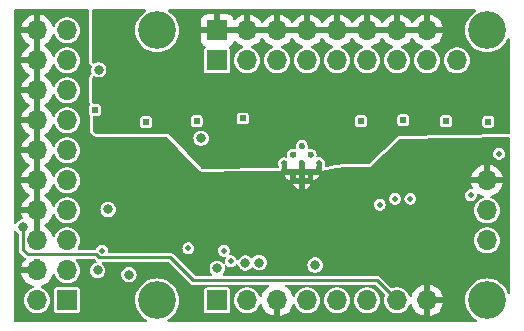
<source format=gbr>
%TF.GenerationSoftware,KiCad,Pcbnew,8.0.3*%
%TF.CreationDate,2024-06-12T16:29:16-04:00*%
%TF.ProjectId,tac5212_audio_board_single_ended,74616335-3231-4325-9f61-7564696f5f62,rev?*%
%TF.SameCoordinates,Original*%
%TF.FileFunction,Copper,L2,Inr*%
%TF.FilePolarity,Positive*%
%FSLAX46Y46*%
G04 Gerber Fmt 4.6, Leading zero omitted, Abs format (unit mm)*
G04 Created by KiCad (PCBNEW 8.0.3) date 2024-06-12 16:29:16*
%MOMM*%
%LPD*%
G01*
G04 APERTURE LIST*
%TA.AperFunction,ComponentPad*%
%ADD10R,1.700000X1.700000*%
%TD*%
%TA.AperFunction,ComponentPad*%
%ADD11O,1.700000X1.700000*%
%TD*%
%TA.AperFunction,ComponentPad*%
%ADD12C,3.200000*%
%TD*%
%TA.AperFunction,ComponentPad*%
%ADD13C,0.500000*%
%TD*%
%TA.AperFunction,ComponentPad*%
%ADD14R,0.500000X0.500000*%
%TD*%
%TA.AperFunction,ViaPad*%
%ADD15C,0.800000*%
%TD*%
%TA.AperFunction,Conductor*%
%ADD16C,0.250000*%
%TD*%
G04 APERTURE END LIST*
D10*
%TO.N,unconnected-(board_outline1-HELD_HIGH-Pad1)*%
%TO.C,board_outline1*%
X89337500Y-122600000D03*
D11*
%TO.N,unconnected-(board_outline1-HELD_LOW-Pad2)*%
X86797500Y-122600000D03*
%TO.N,Net-(5V1-B)*%
X89337500Y-120060000D03*
%TO.N,GNDD*%
X86797500Y-120060000D03*
%TO.N,unconnected-(board_outline1-12V-Pad5)*%
X89337500Y-117520000D03*
%TO.N,GNDD*%
X86797500Y-117520000D03*
%TO.N,5212_DOUT1+*%
X89337500Y-114980000D03*
%TO.N,GNDD*%
X86797500Y-114980000D03*
%TO.N,5212_DIN1*%
X89337500Y-112440000D03*
%TO.N,GNDD*%
X86797500Y-112440000D03*
%TO.N,5212_BCLK1*%
X89337500Y-109900000D03*
%TO.N,GNDD*%
X86797500Y-109900000D03*
%TO.N,5212_LRCK1*%
X89337500Y-107360000D03*
%TO.N,GNDD*%
X86797500Y-107360000D03*
%TO.N,DSP_SDA*%
X89337500Y-104820000D03*
%TO.N,GNDD*%
X86797500Y-104820000D03*
%TO.N,DSP_SCL*%
X89337500Y-102280000D03*
%TO.N,GNDD*%
X86797500Y-102280000D03*
%TO.N,5212_MCLK1*%
X89337500Y-99740000D03*
%TO.N,GNDD*%
X86797500Y-99740000D03*
D10*
%TO.N,OUT1P+*%
X102047500Y-102285000D03*
%TO.N,Earth*%
X102047500Y-99745000D03*
D11*
%TO.N,OUT1M+*%
X104587500Y-102285000D03*
%TO.N,Earth*%
X104587500Y-99745000D03*
%TO.N,OUT2P+*%
X107127500Y-102285000D03*
%TO.N,Earth*%
X107127500Y-99745000D03*
%TO.N,OUT2M+*%
X109667500Y-102285000D03*
%TO.N,Earth*%
X109667500Y-99745000D03*
%TO.N,IN1P+*%
X112207500Y-102285000D03*
%TO.N,Earth*%
X112207500Y-99745000D03*
%TO.N,IN1M+*%
X114747500Y-102285000D03*
%TO.N,Earth*%
X114747500Y-99745000D03*
%TO.N,IN2P+*%
X117287500Y-102285000D03*
%TO.N,Earth*%
X117287500Y-99745000D03*
%TO.N,IN2M+*%
X119827500Y-102285000D03*
%TO.N,Earth*%
X119827500Y-99745000D03*
D10*
%TO.N,5212_SCL*%
X102047500Y-122605000D03*
D11*
%TO.N,5212_SDA*%
X104587500Y-122605000D03*
%TO.N,GNDD*%
X107127500Y-122605000D03*
%TO.N,GPIO1*%
X109667500Y-122605000D03*
%TO.N,GPIO2*%
X112207500Y-122605000D03*
%TO.N,GPO1*%
X114747500Y-122605000D03*
%TO.N,GPI1*%
X117287500Y-122605000D03*
%TO.N,GNDD*%
X119827500Y-122605000D03*
%TO.N,5V*%
X124892500Y-117525000D03*
%TO.N,3.3V_LDO*%
X124892500Y-114985000D03*
%TO.N,GNDD*%
X124892500Y-112445000D03*
%TO.N,MICBIAS*%
X122352500Y-102285000D03*
D12*
%TO.N,Net-(E1-B)*%
X96952500Y-99745000D03*
%TO.N,Net-(E2-B)*%
X124892500Y-99745000D03*
%TO.N,Net-(G1-A)*%
X96952500Y-122605000D03*
%TO.N,Net-(G2-A)*%
X124892500Y-122605000D03*
%TD*%
D13*
%TO.N,Earth*%
%TO.C,G4*%
X117100000Y-114000000D03*
%TD*%
%TO.N,Earth*%
%TO.C,G5*%
X99600000Y-118200000D03*
%TD*%
%TO.N,Earth*%
%TO.C,G6*%
X118400000Y-114000000D03*
%TD*%
%TO.N,Earth*%
%TO.C,G3*%
X92300000Y-118400000D03*
%TD*%
%TO.N,Earth*%
%TO.C,G7*%
X102600000Y-118400000D03*
%TD*%
%TO.N,GNDD*%
%TO.C,J1002*%
X107715076Y-111000000D03*
X108457538Y-111742462D03*
X109200000Y-112484924D03*
X108457538Y-110257538D03*
X109200000Y-111000000D03*
X109942462Y-111742462D03*
X109200000Y-109515076D03*
X109942462Y-110257538D03*
X110684924Y-111000000D03*
%TD*%
%TO.N,Earth*%
%TO.C,G9*%
X103200000Y-119300000D03*
%TD*%
%TO.N,Earth*%
%TO.C,G8*%
X123500000Y-113700000D03*
%TD*%
%TO.N,Earth*%
%TO.C,G10*%
X125900000Y-110200000D03*
%TD*%
%TO.N,Earth*%
%TO.C,G11*%
X115800000Y-114500000D03*
%TD*%
D14*
%TO.N,OUT2P*%
%TO.C,OP2*%
X100300000Y-107425000D03*
%TD*%
%TO.N,IN2P*%
%TO.C,INP2*%
X121400000Y-107435000D03*
%TD*%
%TO.N,IN2M*%
%TO.C,INM2*%
X125000000Y-107482500D03*
%TD*%
%TO.N,OUT2M*%
%TO.C,OM2*%
X104200000Y-107200000D03*
%TD*%
%TO.N,OUT1P*%
%TO.C,OP1*%
X96000000Y-107500000D03*
%TD*%
%TO.N,IN1M*%
%TO.C,INM1*%
X117800000Y-107362500D03*
%TD*%
%TO.N,OUT1M*%
%TO.C,OM1*%
X91700000Y-106500000D03*
%TD*%
%TO.N,IN1P*%
%TO.C,INP1*%
X114200000Y-107425000D03*
%TD*%
D15*
%TO.N,GNDD*%
X91719599Y-111998440D03*
X106600000Y-117100000D03*
X100718700Y-117875000D03*
%TO.N,5V*%
X94569964Y-120430000D03*
%TO.N,Earth*%
X103224739Y-107762663D03*
X112825000Y-110300000D03*
%TO.N,5212_SCL*%
X102047500Y-119900002D03*
%TO.N,5212_SDA*%
X91910027Y-120067151D03*
X92007954Y-103082209D03*
%TO.N,3.3V_LDO*%
X100675000Y-108873986D03*
X92800004Y-114900000D03*
X105600000Y-119400000D03*
%TO.N,GPI1*%
X85600000Y-116400000D03*
%TO.N,Net-(PU_EN1001-Pad1)*%
X110338844Y-119622742D03*
X104430004Y-119430004D03*
%TD*%
D16*
%TO.N,GPI1*%
X100000000Y-120900000D02*
X98075000Y-118975000D01*
X85600000Y-118300000D02*
X85600000Y-116400000D01*
X86000000Y-118700000D02*
X85600000Y-118300000D01*
X91786827Y-118700000D02*
X86000000Y-118700000D01*
X92061827Y-118975000D02*
X91786827Y-118700000D01*
X115582500Y-120900000D02*
X100000000Y-120900000D01*
X117287500Y-122605000D02*
X115582500Y-120900000D01*
X98075000Y-118975000D02*
X92061827Y-118975000D01*
%TD*%
%TA.AperFunction,Conductor*%
%TO.N,Earth*%
G36*
X104121575Y-99552007D02*
G01*
X104087500Y-99679174D01*
X104087500Y-99810826D01*
X104121575Y-99937993D01*
X104154488Y-99995000D01*
X102480512Y-99995000D01*
X102513425Y-99937993D01*
X102547500Y-99810826D01*
X102547500Y-99679174D01*
X102513425Y-99552007D01*
X102480512Y-99495000D01*
X104154488Y-99495000D01*
X104121575Y-99552007D01*
G37*
%TD.AperFunction*%
%TA.AperFunction,Conductor*%
G36*
X106661575Y-99552007D02*
G01*
X106627500Y-99679174D01*
X106627500Y-99810826D01*
X106661575Y-99937993D01*
X106694488Y-99995000D01*
X105020512Y-99995000D01*
X105053425Y-99937993D01*
X105087500Y-99810826D01*
X105087500Y-99679174D01*
X105053425Y-99552007D01*
X105020512Y-99495000D01*
X106694488Y-99495000D01*
X106661575Y-99552007D01*
G37*
%TD.AperFunction*%
%TA.AperFunction,Conductor*%
G36*
X109201575Y-99552007D02*
G01*
X109167500Y-99679174D01*
X109167500Y-99810826D01*
X109201575Y-99937993D01*
X109234488Y-99995000D01*
X107560512Y-99995000D01*
X107593425Y-99937993D01*
X107627500Y-99810826D01*
X107627500Y-99679174D01*
X107593425Y-99552007D01*
X107560512Y-99495000D01*
X109234488Y-99495000D01*
X109201575Y-99552007D01*
G37*
%TD.AperFunction*%
%TA.AperFunction,Conductor*%
G36*
X111741575Y-99552007D02*
G01*
X111707500Y-99679174D01*
X111707500Y-99810826D01*
X111741575Y-99937993D01*
X111774488Y-99995000D01*
X110100512Y-99995000D01*
X110133425Y-99937993D01*
X110167500Y-99810826D01*
X110167500Y-99679174D01*
X110133425Y-99552007D01*
X110100512Y-99495000D01*
X111774488Y-99495000D01*
X111741575Y-99552007D01*
G37*
%TD.AperFunction*%
%TA.AperFunction,Conductor*%
G36*
X114281575Y-99552007D02*
G01*
X114247500Y-99679174D01*
X114247500Y-99810826D01*
X114281575Y-99937993D01*
X114314488Y-99995000D01*
X112640512Y-99995000D01*
X112673425Y-99937993D01*
X112707500Y-99810826D01*
X112707500Y-99679174D01*
X112673425Y-99552007D01*
X112640512Y-99495000D01*
X114314488Y-99495000D01*
X114281575Y-99552007D01*
G37*
%TD.AperFunction*%
%TA.AperFunction,Conductor*%
G36*
X116821575Y-99552007D02*
G01*
X116787500Y-99679174D01*
X116787500Y-99810826D01*
X116821575Y-99937993D01*
X116854488Y-99995000D01*
X115180512Y-99995000D01*
X115213425Y-99937993D01*
X115247500Y-99810826D01*
X115247500Y-99679174D01*
X115213425Y-99552007D01*
X115180512Y-99495000D01*
X116854488Y-99495000D01*
X116821575Y-99552007D01*
G37*
%TD.AperFunction*%
%TA.AperFunction,Conductor*%
G36*
X119361575Y-99552007D02*
G01*
X119327500Y-99679174D01*
X119327500Y-99810826D01*
X119361575Y-99937993D01*
X119394488Y-99995000D01*
X117720512Y-99995000D01*
X117753425Y-99937993D01*
X117787500Y-99810826D01*
X117787500Y-99679174D01*
X117753425Y-99552007D01*
X117720512Y-99495000D01*
X119394488Y-99495000D01*
X119361575Y-99552007D01*
G37*
%TD.AperFunction*%
%TA.AperFunction,Conductor*%
G36*
X95968916Y-97964685D02*
G01*
X96014671Y-98017489D01*
X96024615Y-98086647D01*
X95995590Y-98150203D01*
X95961304Y-98177832D01*
X95949494Y-98184280D01*
X95949486Y-98184285D01*
X95737592Y-98342906D01*
X95737574Y-98342922D01*
X95550422Y-98530074D01*
X95550406Y-98530092D01*
X95391785Y-98741986D01*
X95391780Y-98741994D01*
X95264928Y-98974305D01*
X95264926Y-98974309D01*
X95172421Y-99222326D01*
X95116158Y-99480965D01*
X95116157Y-99480972D01*
X95097273Y-99744998D01*
X95097273Y-99745001D01*
X95116157Y-100009027D01*
X95116158Y-100009034D01*
X95172421Y-100267673D01*
X95264926Y-100515690D01*
X95264928Y-100515694D01*
X95391780Y-100748005D01*
X95391785Y-100748013D01*
X95550406Y-100959907D01*
X95550422Y-100959925D01*
X95737574Y-101147077D01*
X95737592Y-101147093D01*
X95949486Y-101305714D01*
X95949494Y-101305719D01*
X96181805Y-101432571D01*
X96181809Y-101432573D01*
X96181811Y-101432574D01*
X96429822Y-101525077D01*
X96429825Y-101525077D01*
X96429826Y-101525078D01*
X96625052Y-101567546D01*
X96688474Y-101581343D01*
X96932160Y-101598772D01*
X96952499Y-101600227D01*
X96952500Y-101600227D01*
X96952501Y-101600227D01*
X96971385Y-101598876D01*
X97216526Y-101581343D01*
X97475178Y-101525077D01*
X97723189Y-101432574D01*
X97955511Y-101305716D01*
X98167415Y-101147087D01*
X98354587Y-100959915D01*
X98513216Y-100748011D01*
X98640074Y-100515689D01*
X98732577Y-100267678D01*
X98788843Y-100009026D01*
X98807727Y-99745000D01*
X98788843Y-99480974D01*
X98732577Y-99222322D01*
X98640074Y-98974311D01*
X98585259Y-98873926D01*
X98570641Y-98847155D01*
X100697500Y-98847155D01*
X100697500Y-99495000D01*
X101614488Y-99495000D01*
X101581575Y-99552007D01*
X101547500Y-99679174D01*
X101547500Y-99810826D01*
X101581575Y-99937993D01*
X101614488Y-99995000D01*
X100697500Y-99995000D01*
X100697500Y-100642844D01*
X100703901Y-100702372D01*
X100703903Y-100702379D01*
X100754145Y-100837086D01*
X100754149Y-100837093D01*
X100840309Y-100952187D01*
X100840312Y-100952190D01*
X100955406Y-101038350D01*
X100955412Y-101038353D01*
X100976768Y-101046319D01*
X101032701Y-101088191D01*
X101057118Y-101153656D01*
X101042266Y-101221928D01*
X101021119Y-101250179D01*
X101016900Y-101254397D01*
X100961533Y-101337260D01*
X100961532Y-101337264D01*
X100947000Y-101410321D01*
X100947000Y-103159678D01*
X100961532Y-103232735D01*
X100961533Y-103232739D01*
X100961534Y-103232740D01*
X101016899Y-103315601D01*
X101099760Y-103370966D01*
X101099764Y-103370967D01*
X101172821Y-103385499D01*
X101172824Y-103385500D01*
X101172826Y-103385500D01*
X102922176Y-103385500D01*
X102922177Y-103385499D01*
X102995240Y-103370966D01*
X103078101Y-103315601D01*
X103133466Y-103232740D01*
X103148000Y-103159674D01*
X103148000Y-101410326D01*
X103148000Y-101410323D01*
X103147999Y-101410321D01*
X103133467Y-101337264D01*
X103133466Y-101337260D01*
X103112388Y-101305714D01*
X103078101Y-101254399D01*
X103078099Y-101254397D01*
X103078098Y-101254396D01*
X103073884Y-101250182D01*
X103040399Y-101188859D01*
X103045383Y-101119167D01*
X103087255Y-101063234D01*
X103118232Y-101046319D01*
X103139586Y-101038354D01*
X103139593Y-101038350D01*
X103254687Y-100952190D01*
X103254690Y-100952187D01*
X103340850Y-100837093D01*
X103340854Y-100837086D01*
X103390114Y-100705013D01*
X103431985Y-100649079D01*
X103497449Y-100624662D01*
X103565722Y-100639513D01*
X103593977Y-100660665D01*
X103716417Y-100783105D01*
X103909921Y-100918600D01*
X104124007Y-101018429D01*
X104124016Y-101018433D01*
X104163083Y-101028901D01*
X104222744Y-101065266D01*
X104253273Y-101128113D01*
X104244979Y-101197488D01*
X104200493Y-101251366D01*
X104175784Y-101264302D01*
X104094873Y-101295647D01*
X104094857Y-101295655D01*
X103921460Y-101403017D01*
X103921458Y-101403019D01*
X103770737Y-101540418D01*
X103647827Y-101703178D01*
X103556922Y-101885739D01*
X103556917Y-101885752D01*
X103501102Y-102081917D01*
X103482285Y-102284999D01*
X103482285Y-102285000D01*
X103501102Y-102488082D01*
X103556917Y-102684247D01*
X103556922Y-102684260D01*
X103647827Y-102866821D01*
X103770737Y-103029581D01*
X103921458Y-103166980D01*
X103921460Y-103166982D01*
X104020641Y-103228392D01*
X104094863Y-103274348D01*
X104285044Y-103348024D01*
X104485524Y-103385500D01*
X104485526Y-103385500D01*
X104689474Y-103385500D01*
X104689476Y-103385500D01*
X104889956Y-103348024D01*
X105080137Y-103274348D01*
X105253541Y-103166981D01*
X105404264Y-103029579D01*
X105527173Y-102866821D01*
X105618082Y-102684250D01*
X105673897Y-102488083D01*
X105692715Y-102285000D01*
X105673897Y-102081917D01*
X105618082Y-101885750D01*
X105527173Y-101703179D01*
X105404264Y-101540421D01*
X105404262Y-101540418D01*
X105253541Y-101403019D01*
X105253539Y-101403017D01*
X105080142Y-101295655D01*
X105080135Y-101295651D01*
X104999215Y-101264303D01*
X104943813Y-101221730D01*
X104920223Y-101155963D01*
X104935934Y-101087883D01*
X104985958Y-101039104D01*
X105011917Y-101028901D01*
X105050981Y-101018434D01*
X105050992Y-101018429D01*
X105265078Y-100918600D01*
X105458582Y-100783105D01*
X105625605Y-100616082D01*
X105755925Y-100429968D01*
X105810502Y-100386344D01*
X105880001Y-100379151D01*
X105942355Y-100410673D01*
X105959075Y-100429968D01*
X106089394Y-100616082D01*
X106256417Y-100783105D01*
X106449921Y-100918600D01*
X106664007Y-101018429D01*
X106664016Y-101018433D01*
X106703083Y-101028901D01*
X106762744Y-101065266D01*
X106793273Y-101128113D01*
X106784979Y-101197488D01*
X106740493Y-101251366D01*
X106715784Y-101264302D01*
X106634873Y-101295647D01*
X106634857Y-101295655D01*
X106461460Y-101403017D01*
X106461458Y-101403019D01*
X106310737Y-101540418D01*
X106187827Y-101703178D01*
X106096922Y-101885739D01*
X106096917Y-101885752D01*
X106041102Y-102081917D01*
X106022285Y-102284999D01*
X106022285Y-102285000D01*
X106041102Y-102488082D01*
X106096917Y-102684247D01*
X106096922Y-102684260D01*
X106187827Y-102866821D01*
X106310737Y-103029581D01*
X106461458Y-103166980D01*
X106461460Y-103166982D01*
X106560641Y-103228392D01*
X106634863Y-103274348D01*
X106825044Y-103348024D01*
X107025524Y-103385500D01*
X107025526Y-103385500D01*
X107229474Y-103385500D01*
X107229476Y-103385500D01*
X107429956Y-103348024D01*
X107620137Y-103274348D01*
X107793541Y-103166981D01*
X107944264Y-103029579D01*
X108067173Y-102866821D01*
X108158082Y-102684250D01*
X108213897Y-102488083D01*
X108232715Y-102285000D01*
X108213897Y-102081917D01*
X108158082Y-101885750D01*
X108067173Y-101703179D01*
X107944264Y-101540421D01*
X107944262Y-101540418D01*
X107793541Y-101403019D01*
X107793539Y-101403017D01*
X107620142Y-101295655D01*
X107620135Y-101295651D01*
X107539215Y-101264303D01*
X107483813Y-101221730D01*
X107460223Y-101155963D01*
X107475934Y-101087883D01*
X107525958Y-101039104D01*
X107551917Y-101028901D01*
X107590981Y-101018434D01*
X107590992Y-101018429D01*
X107805078Y-100918600D01*
X107998582Y-100783105D01*
X108165605Y-100616082D01*
X108295925Y-100429968D01*
X108350502Y-100386344D01*
X108420001Y-100379151D01*
X108482355Y-100410673D01*
X108499075Y-100429968D01*
X108629394Y-100616082D01*
X108796417Y-100783105D01*
X108989921Y-100918600D01*
X109204007Y-101018429D01*
X109204016Y-101018433D01*
X109243083Y-101028901D01*
X109302744Y-101065266D01*
X109333273Y-101128113D01*
X109324979Y-101197488D01*
X109280493Y-101251366D01*
X109255784Y-101264302D01*
X109174873Y-101295647D01*
X109174857Y-101295655D01*
X109001460Y-101403017D01*
X109001458Y-101403019D01*
X108850737Y-101540418D01*
X108727827Y-101703178D01*
X108636922Y-101885739D01*
X108636917Y-101885752D01*
X108581102Y-102081917D01*
X108562285Y-102284999D01*
X108562285Y-102285000D01*
X108581102Y-102488082D01*
X108636917Y-102684247D01*
X108636922Y-102684260D01*
X108727827Y-102866821D01*
X108850737Y-103029581D01*
X109001458Y-103166980D01*
X109001460Y-103166982D01*
X109100641Y-103228392D01*
X109174863Y-103274348D01*
X109365044Y-103348024D01*
X109565524Y-103385500D01*
X109565526Y-103385500D01*
X109769474Y-103385500D01*
X109769476Y-103385500D01*
X109969956Y-103348024D01*
X110160137Y-103274348D01*
X110333541Y-103166981D01*
X110484264Y-103029579D01*
X110607173Y-102866821D01*
X110698082Y-102684250D01*
X110753897Y-102488083D01*
X110772715Y-102285000D01*
X110753897Y-102081917D01*
X110698082Y-101885750D01*
X110607173Y-101703179D01*
X110484264Y-101540421D01*
X110484262Y-101540418D01*
X110333541Y-101403019D01*
X110333539Y-101403017D01*
X110160142Y-101295655D01*
X110160135Y-101295651D01*
X110079215Y-101264303D01*
X110023813Y-101221730D01*
X110000223Y-101155963D01*
X110015934Y-101087883D01*
X110065958Y-101039104D01*
X110091917Y-101028901D01*
X110130981Y-101018434D01*
X110130992Y-101018429D01*
X110345078Y-100918600D01*
X110538582Y-100783105D01*
X110705605Y-100616082D01*
X110835925Y-100429968D01*
X110890502Y-100386344D01*
X110960001Y-100379151D01*
X111022355Y-100410673D01*
X111039075Y-100429968D01*
X111169394Y-100616082D01*
X111336417Y-100783105D01*
X111529921Y-100918600D01*
X111744007Y-101018429D01*
X111744016Y-101018433D01*
X111783083Y-101028901D01*
X111842744Y-101065266D01*
X111873273Y-101128113D01*
X111864979Y-101197488D01*
X111820493Y-101251366D01*
X111795784Y-101264302D01*
X111714873Y-101295647D01*
X111714857Y-101295655D01*
X111541460Y-101403017D01*
X111541458Y-101403019D01*
X111390737Y-101540418D01*
X111267827Y-101703178D01*
X111176922Y-101885739D01*
X111176917Y-101885752D01*
X111121102Y-102081917D01*
X111102285Y-102284999D01*
X111102285Y-102285000D01*
X111121102Y-102488082D01*
X111176917Y-102684247D01*
X111176922Y-102684260D01*
X111267827Y-102866821D01*
X111390737Y-103029581D01*
X111541458Y-103166980D01*
X111541460Y-103166982D01*
X111640641Y-103228392D01*
X111714863Y-103274348D01*
X111905044Y-103348024D01*
X112105524Y-103385500D01*
X112105526Y-103385500D01*
X112309474Y-103385500D01*
X112309476Y-103385500D01*
X112509956Y-103348024D01*
X112700137Y-103274348D01*
X112873541Y-103166981D01*
X113024264Y-103029579D01*
X113147173Y-102866821D01*
X113238082Y-102684250D01*
X113293897Y-102488083D01*
X113312715Y-102285000D01*
X113293897Y-102081917D01*
X113238082Y-101885750D01*
X113147173Y-101703179D01*
X113024264Y-101540421D01*
X113024262Y-101540418D01*
X112873541Y-101403019D01*
X112873539Y-101403017D01*
X112700142Y-101295655D01*
X112700135Y-101295651D01*
X112619215Y-101264303D01*
X112563813Y-101221730D01*
X112540223Y-101155963D01*
X112555934Y-101087883D01*
X112605958Y-101039104D01*
X112631917Y-101028901D01*
X112670981Y-101018434D01*
X112670992Y-101018429D01*
X112885078Y-100918600D01*
X113078582Y-100783105D01*
X113245605Y-100616082D01*
X113375925Y-100429968D01*
X113430502Y-100386344D01*
X113500001Y-100379151D01*
X113562355Y-100410673D01*
X113579075Y-100429968D01*
X113709394Y-100616082D01*
X113876417Y-100783105D01*
X114069921Y-100918600D01*
X114284007Y-101018429D01*
X114284016Y-101018433D01*
X114323083Y-101028901D01*
X114382744Y-101065266D01*
X114413273Y-101128113D01*
X114404979Y-101197488D01*
X114360493Y-101251366D01*
X114335784Y-101264302D01*
X114254873Y-101295647D01*
X114254857Y-101295655D01*
X114081460Y-101403017D01*
X114081458Y-101403019D01*
X113930737Y-101540418D01*
X113807827Y-101703178D01*
X113716922Y-101885739D01*
X113716917Y-101885752D01*
X113661102Y-102081917D01*
X113642285Y-102284999D01*
X113642285Y-102285000D01*
X113661102Y-102488082D01*
X113716917Y-102684247D01*
X113716922Y-102684260D01*
X113807827Y-102866821D01*
X113930737Y-103029581D01*
X114081458Y-103166980D01*
X114081460Y-103166982D01*
X114180641Y-103228392D01*
X114254863Y-103274348D01*
X114445044Y-103348024D01*
X114645524Y-103385500D01*
X114645526Y-103385500D01*
X114849474Y-103385500D01*
X114849476Y-103385500D01*
X115049956Y-103348024D01*
X115240137Y-103274348D01*
X115413541Y-103166981D01*
X115564264Y-103029579D01*
X115687173Y-102866821D01*
X115778082Y-102684250D01*
X115833897Y-102488083D01*
X115852715Y-102285000D01*
X115833897Y-102081917D01*
X115778082Y-101885750D01*
X115687173Y-101703179D01*
X115564264Y-101540421D01*
X115564262Y-101540418D01*
X115413541Y-101403019D01*
X115413539Y-101403017D01*
X115240142Y-101295655D01*
X115240135Y-101295651D01*
X115159215Y-101264303D01*
X115103813Y-101221730D01*
X115080223Y-101155963D01*
X115095934Y-101087883D01*
X115145958Y-101039104D01*
X115171917Y-101028901D01*
X115210981Y-101018434D01*
X115210992Y-101018429D01*
X115425078Y-100918600D01*
X115618582Y-100783105D01*
X115785605Y-100616082D01*
X115915925Y-100429968D01*
X115970502Y-100386344D01*
X116040001Y-100379151D01*
X116102355Y-100410673D01*
X116119075Y-100429968D01*
X116249394Y-100616082D01*
X116416417Y-100783105D01*
X116609921Y-100918600D01*
X116824007Y-101018429D01*
X116824016Y-101018433D01*
X116863083Y-101028901D01*
X116922744Y-101065266D01*
X116953273Y-101128113D01*
X116944979Y-101197488D01*
X116900493Y-101251366D01*
X116875784Y-101264302D01*
X116794873Y-101295647D01*
X116794857Y-101295655D01*
X116621460Y-101403017D01*
X116621458Y-101403019D01*
X116470737Y-101540418D01*
X116347827Y-101703178D01*
X116256922Y-101885739D01*
X116256917Y-101885752D01*
X116201102Y-102081917D01*
X116182285Y-102284999D01*
X116182285Y-102285000D01*
X116201102Y-102488082D01*
X116256917Y-102684247D01*
X116256922Y-102684260D01*
X116347827Y-102866821D01*
X116470737Y-103029581D01*
X116621458Y-103166980D01*
X116621460Y-103166982D01*
X116720641Y-103228392D01*
X116794863Y-103274348D01*
X116985044Y-103348024D01*
X117185524Y-103385500D01*
X117185526Y-103385500D01*
X117389474Y-103385500D01*
X117389476Y-103385500D01*
X117589956Y-103348024D01*
X117780137Y-103274348D01*
X117953541Y-103166981D01*
X118104264Y-103029579D01*
X118227173Y-102866821D01*
X118318082Y-102684250D01*
X118373897Y-102488083D01*
X118392715Y-102285000D01*
X118373897Y-102081917D01*
X118318082Y-101885750D01*
X118227173Y-101703179D01*
X118104264Y-101540421D01*
X118104262Y-101540418D01*
X117953541Y-101403019D01*
X117953539Y-101403017D01*
X117780142Y-101295655D01*
X117780135Y-101295651D01*
X117699215Y-101264303D01*
X117643813Y-101221730D01*
X117620223Y-101155963D01*
X117635934Y-101087883D01*
X117685958Y-101039104D01*
X117711917Y-101028901D01*
X117750981Y-101018434D01*
X117750992Y-101018429D01*
X117965078Y-100918600D01*
X118158582Y-100783105D01*
X118325605Y-100616082D01*
X118455925Y-100429968D01*
X118510502Y-100386344D01*
X118580001Y-100379151D01*
X118642355Y-100410673D01*
X118659075Y-100429968D01*
X118789394Y-100616082D01*
X118956417Y-100783105D01*
X119149921Y-100918600D01*
X119364007Y-101018429D01*
X119364016Y-101018433D01*
X119403083Y-101028901D01*
X119462744Y-101065266D01*
X119493273Y-101128113D01*
X119484979Y-101197488D01*
X119440493Y-101251366D01*
X119415784Y-101264302D01*
X119334873Y-101295647D01*
X119334857Y-101295655D01*
X119161460Y-101403017D01*
X119161458Y-101403019D01*
X119010737Y-101540418D01*
X118887827Y-101703178D01*
X118796922Y-101885739D01*
X118796917Y-101885752D01*
X118741102Y-102081917D01*
X118722285Y-102284999D01*
X118722285Y-102285000D01*
X118741102Y-102488082D01*
X118796917Y-102684247D01*
X118796922Y-102684260D01*
X118887827Y-102866821D01*
X119010737Y-103029581D01*
X119161458Y-103166980D01*
X119161460Y-103166982D01*
X119260641Y-103228392D01*
X119334863Y-103274348D01*
X119525044Y-103348024D01*
X119725524Y-103385500D01*
X119725526Y-103385500D01*
X119929474Y-103385500D01*
X119929476Y-103385500D01*
X120129956Y-103348024D01*
X120320137Y-103274348D01*
X120493541Y-103166981D01*
X120644264Y-103029579D01*
X120767173Y-102866821D01*
X120858082Y-102684250D01*
X120913897Y-102488083D01*
X120932715Y-102285000D01*
X120932715Y-102284999D01*
X121247285Y-102284999D01*
X121247285Y-102285000D01*
X121266102Y-102488082D01*
X121321917Y-102684247D01*
X121321922Y-102684260D01*
X121412827Y-102866821D01*
X121535737Y-103029581D01*
X121686458Y-103166980D01*
X121686460Y-103166982D01*
X121785641Y-103228392D01*
X121859863Y-103274348D01*
X122050044Y-103348024D01*
X122250524Y-103385500D01*
X122250526Y-103385500D01*
X122454474Y-103385500D01*
X122454476Y-103385500D01*
X122654956Y-103348024D01*
X122845137Y-103274348D01*
X123018541Y-103166981D01*
X123169264Y-103029579D01*
X123292173Y-102866821D01*
X123383082Y-102684250D01*
X123438897Y-102488083D01*
X123457715Y-102285000D01*
X123438897Y-102081917D01*
X123383082Y-101885750D01*
X123292173Y-101703179D01*
X123169264Y-101540421D01*
X123169262Y-101540418D01*
X123018541Y-101403019D01*
X123018539Y-101403017D01*
X122845142Y-101295655D01*
X122845135Y-101295651D01*
X122730821Y-101251366D01*
X122654956Y-101221976D01*
X122454476Y-101184500D01*
X122250524Y-101184500D01*
X122050044Y-101221976D01*
X122050041Y-101221976D01*
X122050041Y-101221977D01*
X121859864Y-101295651D01*
X121859857Y-101295655D01*
X121686460Y-101403017D01*
X121686458Y-101403019D01*
X121535737Y-101540418D01*
X121412827Y-101703178D01*
X121321922Y-101885739D01*
X121321917Y-101885752D01*
X121266102Y-102081917D01*
X121247285Y-102284999D01*
X120932715Y-102284999D01*
X120913897Y-102081917D01*
X120858082Y-101885750D01*
X120767173Y-101703179D01*
X120644264Y-101540421D01*
X120644262Y-101540418D01*
X120493541Y-101403019D01*
X120493539Y-101403017D01*
X120320142Y-101295655D01*
X120320135Y-101295651D01*
X120239215Y-101264303D01*
X120183813Y-101221730D01*
X120160223Y-101155963D01*
X120175934Y-101087883D01*
X120225958Y-101039104D01*
X120251917Y-101028901D01*
X120290981Y-101018434D01*
X120290992Y-101018429D01*
X120505078Y-100918600D01*
X120698582Y-100783105D01*
X120865605Y-100616082D01*
X121001100Y-100422578D01*
X121100929Y-100208492D01*
X121100932Y-100208486D01*
X121158136Y-99995000D01*
X120260512Y-99995000D01*
X120293425Y-99937993D01*
X120327500Y-99810826D01*
X120327500Y-99679174D01*
X120293425Y-99552007D01*
X120260512Y-99495000D01*
X121158136Y-99495000D01*
X121158135Y-99494999D01*
X121100932Y-99281513D01*
X121100929Y-99281507D01*
X121001100Y-99067422D01*
X121001099Y-99067420D01*
X120865613Y-98873926D01*
X120865608Y-98873920D01*
X120698582Y-98706894D01*
X120505078Y-98571399D01*
X120290992Y-98471570D01*
X120290986Y-98471567D01*
X120077500Y-98414364D01*
X120077500Y-99311988D01*
X120020493Y-99279075D01*
X119893326Y-99245000D01*
X119761674Y-99245000D01*
X119634507Y-99279075D01*
X119577500Y-99311988D01*
X119577500Y-98414364D01*
X119577499Y-98414364D01*
X119364013Y-98471567D01*
X119364007Y-98471570D01*
X119149922Y-98571399D01*
X119149920Y-98571400D01*
X118956426Y-98706886D01*
X118956420Y-98706891D01*
X118789391Y-98873920D01*
X118789390Y-98873922D01*
X118659075Y-99060031D01*
X118604498Y-99103655D01*
X118534999Y-99110848D01*
X118472645Y-99079326D01*
X118455925Y-99060031D01*
X118325609Y-98873922D01*
X118325608Y-98873920D01*
X118158582Y-98706894D01*
X117965078Y-98571399D01*
X117750992Y-98471570D01*
X117750986Y-98471567D01*
X117537500Y-98414364D01*
X117537500Y-99311988D01*
X117480493Y-99279075D01*
X117353326Y-99245000D01*
X117221674Y-99245000D01*
X117094507Y-99279075D01*
X117037500Y-99311988D01*
X117037500Y-98414364D01*
X117037499Y-98414364D01*
X116824013Y-98471567D01*
X116824007Y-98471570D01*
X116609922Y-98571399D01*
X116609920Y-98571400D01*
X116416426Y-98706886D01*
X116416420Y-98706891D01*
X116249391Y-98873920D01*
X116249390Y-98873922D01*
X116119075Y-99060031D01*
X116064498Y-99103655D01*
X115994999Y-99110848D01*
X115932645Y-99079326D01*
X115915925Y-99060031D01*
X115785609Y-98873922D01*
X115785608Y-98873920D01*
X115618582Y-98706894D01*
X115425078Y-98571399D01*
X115210992Y-98471570D01*
X115210986Y-98471567D01*
X114997500Y-98414364D01*
X114997500Y-99311988D01*
X114940493Y-99279075D01*
X114813326Y-99245000D01*
X114681674Y-99245000D01*
X114554507Y-99279075D01*
X114497500Y-99311988D01*
X114497500Y-98414364D01*
X114497499Y-98414364D01*
X114284013Y-98471567D01*
X114284007Y-98471570D01*
X114069922Y-98571399D01*
X114069920Y-98571400D01*
X113876426Y-98706886D01*
X113876420Y-98706891D01*
X113709391Y-98873920D01*
X113709390Y-98873922D01*
X113579075Y-99060031D01*
X113524498Y-99103655D01*
X113454999Y-99110848D01*
X113392645Y-99079326D01*
X113375925Y-99060031D01*
X113245609Y-98873922D01*
X113245608Y-98873920D01*
X113078582Y-98706894D01*
X112885078Y-98571399D01*
X112670992Y-98471570D01*
X112670986Y-98471567D01*
X112457500Y-98414364D01*
X112457500Y-99311988D01*
X112400493Y-99279075D01*
X112273326Y-99245000D01*
X112141674Y-99245000D01*
X112014507Y-99279075D01*
X111957500Y-99311988D01*
X111957500Y-98414364D01*
X111957499Y-98414364D01*
X111744013Y-98471567D01*
X111744007Y-98471570D01*
X111529922Y-98571399D01*
X111529920Y-98571400D01*
X111336426Y-98706886D01*
X111336420Y-98706891D01*
X111169391Y-98873920D01*
X111169390Y-98873922D01*
X111039075Y-99060031D01*
X110984498Y-99103655D01*
X110914999Y-99110848D01*
X110852645Y-99079326D01*
X110835925Y-99060031D01*
X110705609Y-98873922D01*
X110705608Y-98873920D01*
X110538582Y-98706894D01*
X110345078Y-98571399D01*
X110130992Y-98471570D01*
X110130986Y-98471567D01*
X109917500Y-98414364D01*
X109917500Y-99311988D01*
X109860493Y-99279075D01*
X109733326Y-99245000D01*
X109601674Y-99245000D01*
X109474507Y-99279075D01*
X109417500Y-99311988D01*
X109417500Y-98414364D01*
X109417499Y-98414364D01*
X109204013Y-98471567D01*
X109204007Y-98471570D01*
X108989922Y-98571399D01*
X108989920Y-98571400D01*
X108796426Y-98706886D01*
X108796420Y-98706891D01*
X108629391Y-98873920D01*
X108629390Y-98873922D01*
X108499075Y-99060031D01*
X108444498Y-99103655D01*
X108374999Y-99110848D01*
X108312645Y-99079326D01*
X108295925Y-99060031D01*
X108165609Y-98873922D01*
X108165608Y-98873920D01*
X107998582Y-98706894D01*
X107805078Y-98571399D01*
X107590992Y-98471570D01*
X107590986Y-98471567D01*
X107377500Y-98414364D01*
X107377500Y-99311988D01*
X107320493Y-99279075D01*
X107193326Y-99245000D01*
X107061674Y-99245000D01*
X106934507Y-99279075D01*
X106877500Y-99311988D01*
X106877500Y-98414364D01*
X106877499Y-98414364D01*
X106664013Y-98471567D01*
X106664007Y-98471570D01*
X106449922Y-98571399D01*
X106449920Y-98571400D01*
X106256426Y-98706886D01*
X106256420Y-98706891D01*
X106089391Y-98873920D01*
X106089390Y-98873922D01*
X105959075Y-99060031D01*
X105904498Y-99103655D01*
X105834999Y-99110848D01*
X105772645Y-99079326D01*
X105755925Y-99060031D01*
X105625609Y-98873922D01*
X105625608Y-98873920D01*
X105458582Y-98706894D01*
X105265078Y-98571399D01*
X105050992Y-98471570D01*
X105050986Y-98471567D01*
X104837500Y-98414364D01*
X104837500Y-99311988D01*
X104780493Y-99279075D01*
X104653326Y-99245000D01*
X104521674Y-99245000D01*
X104394507Y-99279075D01*
X104337500Y-99311988D01*
X104337500Y-98414364D01*
X104337499Y-98414364D01*
X104124013Y-98471567D01*
X104124007Y-98471570D01*
X103909922Y-98571399D01*
X103909920Y-98571400D01*
X103716426Y-98706886D01*
X103593977Y-98829335D01*
X103532654Y-98862819D01*
X103462962Y-98857835D01*
X103407029Y-98815963D01*
X103390114Y-98784986D01*
X103340854Y-98652913D01*
X103340850Y-98652906D01*
X103254690Y-98537812D01*
X103254687Y-98537809D01*
X103139593Y-98451649D01*
X103139586Y-98451645D01*
X103004879Y-98401403D01*
X103004872Y-98401401D01*
X102945344Y-98395000D01*
X102297500Y-98395000D01*
X102297500Y-99311988D01*
X102240493Y-99279075D01*
X102113326Y-99245000D01*
X101981674Y-99245000D01*
X101854507Y-99279075D01*
X101797500Y-99311988D01*
X101797500Y-98395000D01*
X101149655Y-98395000D01*
X101090127Y-98401401D01*
X101090120Y-98401403D01*
X100955413Y-98451645D01*
X100955406Y-98451649D01*
X100840312Y-98537809D01*
X100840309Y-98537812D01*
X100754149Y-98652906D01*
X100754145Y-98652913D01*
X100703903Y-98787620D01*
X100703901Y-98787627D01*
X100697500Y-98847155D01*
X98570641Y-98847155D01*
X98513219Y-98741994D01*
X98513214Y-98741986D01*
X98354593Y-98530092D01*
X98354577Y-98530074D01*
X98167425Y-98342922D01*
X98167407Y-98342906D01*
X97955513Y-98184285D01*
X97955505Y-98184280D01*
X97943696Y-98177832D01*
X97894291Y-98128427D01*
X97879439Y-98060154D01*
X97903856Y-97994689D01*
X97959790Y-97952818D01*
X98003123Y-97945000D01*
X123841877Y-97945000D01*
X123908916Y-97964685D01*
X123954671Y-98017489D01*
X123964615Y-98086647D01*
X123935590Y-98150203D01*
X123901304Y-98177832D01*
X123889494Y-98184280D01*
X123889486Y-98184285D01*
X123677592Y-98342906D01*
X123677574Y-98342922D01*
X123490422Y-98530074D01*
X123490406Y-98530092D01*
X123331785Y-98741986D01*
X123331780Y-98741994D01*
X123204928Y-98974305D01*
X123204926Y-98974309D01*
X123112421Y-99222326D01*
X123056158Y-99480965D01*
X123056157Y-99480972D01*
X123037273Y-99744998D01*
X123037273Y-99745001D01*
X123056157Y-100009027D01*
X123056158Y-100009034D01*
X123112421Y-100267673D01*
X123204926Y-100515690D01*
X123204928Y-100515694D01*
X123331780Y-100748005D01*
X123331785Y-100748013D01*
X123490406Y-100959907D01*
X123490422Y-100959925D01*
X123677574Y-101147077D01*
X123677592Y-101147093D01*
X123889486Y-101305714D01*
X123889494Y-101305719D01*
X124121805Y-101432571D01*
X124121809Y-101432573D01*
X124121811Y-101432574D01*
X124369822Y-101525077D01*
X124369825Y-101525077D01*
X124369826Y-101525078D01*
X124565052Y-101567546D01*
X124628474Y-101581343D01*
X124872160Y-101598772D01*
X124892499Y-101600227D01*
X124892500Y-101600227D01*
X124892501Y-101600227D01*
X124911385Y-101598876D01*
X125156526Y-101581343D01*
X125415178Y-101525077D01*
X125663189Y-101432574D01*
X125895511Y-101305716D01*
X126107415Y-101147087D01*
X126294587Y-100959915D01*
X126453216Y-100748011D01*
X126580074Y-100515689D01*
X126592318Y-100482860D01*
X126634188Y-100426927D01*
X126699653Y-100402509D01*
X126767926Y-100417360D01*
X126817332Y-100466765D01*
X126832500Y-100526193D01*
X126832500Y-108430153D01*
X126812815Y-108497192D01*
X126760011Y-108542947D01*
X126710271Y-108554140D01*
X117431353Y-108686701D01*
X117431350Y-108686702D01*
X114922568Y-111049161D01*
X114860267Y-111080790D01*
X114835437Y-111082869D01*
X112900002Y-111049741D01*
X112900001Y-111049741D01*
X112900000Y-111049741D01*
X112037751Y-111181341D01*
X111309994Y-111292414D01*
X111240752Y-111283069D01*
X111187554Y-111237773D01*
X111167290Y-111170906D01*
X111170015Y-111151405D01*
X111168827Y-111151235D01*
X111183419Y-111049741D01*
X111190571Y-111000000D01*
X111170089Y-110857543D01*
X111110301Y-110726627D01*
X111016052Y-110617857D01*
X110894977Y-110540047D01*
X110894975Y-110540046D01*
X110894973Y-110540045D01*
X110894974Y-110540045D01*
X110756887Y-110499500D01*
X110756885Y-110499500D01*
X110612963Y-110499500D01*
X110589650Y-110506345D01*
X110519780Y-110506344D01*
X110461003Y-110468568D01*
X110431979Y-110405012D01*
X110431979Y-110369725D01*
X110448109Y-110257538D01*
X110427627Y-110115081D01*
X110367839Y-109984165D01*
X110273590Y-109875395D01*
X110152515Y-109797585D01*
X110152513Y-109797584D01*
X110152511Y-109797583D01*
X110152512Y-109797583D01*
X110014425Y-109757038D01*
X110014423Y-109757038D01*
X109870501Y-109757038D01*
X109847188Y-109763883D01*
X109777318Y-109763882D01*
X109718541Y-109726106D01*
X109689517Y-109662550D01*
X109689517Y-109627263D01*
X109705647Y-109515076D01*
X109685165Y-109372619D01*
X109625377Y-109241703D01*
X109531128Y-109132933D01*
X109410053Y-109055123D01*
X109410051Y-109055122D01*
X109410049Y-109055121D01*
X109410050Y-109055121D01*
X109271963Y-109014576D01*
X109271961Y-109014576D01*
X109128039Y-109014576D01*
X109128036Y-109014576D01*
X108989949Y-109055121D01*
X108868873Y-109132932D01*
X108774623Y-109241702D01*
X108774622Y-109241704D01*
X108714834Y-109372619D01*
X108694353Y-109515076D01*
X108710482Y-109627258D01*
X108700538Y-109696417D01*
X108654783Y-109749221D01*
X108587744Y-109768905D01*
X108552810Y-109763882D01*
X108529501Y-109757038D01*
X108529499Y-109757038D01*
X108385577Y-109757038D01*
X108385574Y-109757038D01*
X108247487Y-109797583D01*
X108126411Y-109875394D01*
X108032161Y-109984164D01*
X108032160Y-109984166D01*
X107972372Y-110115081D01*
X107951891Y-110257538D01*
X107968020Y-110369720D01*
X107958076Y-110438879D01*
X107912321Y-110491683D01*
X107845282Y-110511367D01*
X107810348Y-110506344D01*
X107787039Y-110499500D01*
X107787037Y-110499500D01*
X107643115Y-110499500D01*
X107643112Y-110499500D01*
X107505025Y-110540045D01*
X107383949Y-110617856D01*
X107289699Y-110726626D01*
X107289698Y-110726628D01*
X107229910Y-110857543D01*
X107209429Y-111000000D01*
X107229910Y-111142456D01*
X107269673Y-111229523D01*
X107279617Y-111298682D01*
X107250592Y-111362238D01*
X107191814Y-111400012D01*
X107157562Y-111405033D01*
X100753554Y-111440322D01*
X100686407Y-111421007D01*
X100663069Y-111401832D01*
X98256101Y-108873985D01*
X100019722Y-108873985D01*
X100019722Y-108873986D01*
X100038762Y-109030804D01*
X100077495Y-109132932D01*
X100094780Y-109178509D01*
X100184517Y-109308516D01*
X100302760Y-109413269D01*
X100302762Y-109413270D01*
X100442634Y-109486682D01*
X100596014Y-109524486D01*
X100596015Y-109524486D01*
X100753985Y-109524486D01*
X100907365Y-109486682D01*
X101047240Y-109413269D01*
X101165483Y-109308516D01*
X101255220Y-109178509D01*
X101311237Y-109030804D01*
X101330278Y-108873986D01*
X101311237Y-108717168D01*
X101299682Y-108686701D01*
X101289992Y-108661150D01*
X101255220Y-108569463D01*
X101165483Y-108439456D01*
X101047240Y-108334703D01*
X101047238Y-108334702D01*
X101047237Y-108334701D01*
X100907365Y-108261289D01*
X100753986Y-108223486D01*
X100753985Y-108223486D01*
X100596015Y-108223486D01*
X100596014Y-108223486D01*
X100442634Y-108261289D01*
X100302762Y-108334701D01*
X100184516Y-108439457D01*
X100094781Y-108569461D01*
X100094780Y-108569462D01*
X100038762Y-108717167D01*
X100019722Y-108873985D01*
X98256101Y-108873985D01*
X97900000Y-108500000D01*
X91837544Y-108500000D01*
X91770505Y-108480315D01*
X91768761Y-108479174D01*
X91554695Y-108336463D01*
X91509834Y-108282898D01*
X91499482Y-108234265D01*
X91499397Y-108223486D01*
X91491538Y-107225321D01*
X95499500Y-107225321D01*
X95499500Y-107774678D01*
X95514032Y-107847735D01*
X95514033Y-107847739D01*
X95524230Y-107863000D01*
X95569399Y-107930601D01*
X95647821Y-107983000D01*
X95652260Y-107985966D01*
X95652264Y-107985967D01*
X95725321Y-108000499D01*
X95725324Y-108000500D01*
X95725326Y-108000500D01*
X96274676Y-108000500D01*
X96274677Y-108000499D01*
X96347740Y-107985966D01*
X96430601Y-107930601D01*
X96485966Y-107847740D01*
X96500500Y-107774674D01*
X96500500Y-107225326D01*
X96500500Y-107225323D01*
X96500499Y-107225321D01*
X96485967Y-107152264D01*
X96485966Y-107152260D01*
X96484670Y-107150321D01*
X99799500Y-107150321D01*
X99799500Y-107699678D01*
X99814032Y-107772735D01*
X99814033Y-107772739D01*
X99832405Y-107800235D01*
X99869399Y-107855601D01*
X99952260Y-107910966D01*
X99952264Y-107910967D01*
X100025321Y-107925499D01*
X100025324Y-107925500D01*
X100025326Y-107925500D01*
X100574676Y-107925500D01*
X100574677Y-107925499D01*
X100647740Y-107910966D01*
X100730601Y-107855601D01*
X100785966Y-107772740D01*
X100800500Y-107699674D01*
X100800500Y-107150326D01*
X100800500Y-107150323D01*
X100800499Y-107150321D01*
X100785967Y-107077264D01*
X100785966Y-107077260D01*
X100730601Y-106994399D01*
X100675235Y-106957405D01*
X100647739Y-106939033D01*
X100647735Y-106939032D01*
X100578804Y-106925321D01*
X103699500Y-106925321D01*
X103699500Y-107474678D01*
X103714032Y-107547735D01*
X103714033Y-107547739D01*
X103714034Y-107547740D01*
X103769399Y-107630601D01*
X103852260Y-107685966D01*
X103852264Y-107685967D01*
X103925321Y-107700499D01*
X103925324Y-107700500D01*
X103925326Y-107700500D01*
X104474676Y-107700500D01*
X104474677Y-107700499D01*
X104547740Y-107685966D01*
X104630601Y-107630601D01*
X104685966Y-107547740D01*
X104700500Y-107474674D01*
X104700500Y-107150321D01*
X113699500Y-107150321D01*
X113699500Y-107699678D01*
X113714032Y-107772735D01*
X113714033Y-107772739D01*
X113732405Y-107800235D01*
X113769399Y-107855601D01*
X113852260Y-107910966D01*
X113852264Y-107910967D01*
X113925321Y-107925499D01*
X113925324Y-107925500D01*
X113925326Y-107925500D01*
X114474676Y-107925500D01*
X114474677Y-107925499D01*
X114547740Y-107910966D01*
X114630601Y-107855601D01*
X114685966Y-107772740D01*
X114700500Y-107699674D01*
X114700500Y-107150326D01*
X114700500Y-107150323D01*
X114700499Y-107150321D01*
X114688067Y-107087821D01*
X117299500Y-107087821D01*
X117299500Y-107637178D01*
X117314032Y-107710235D01*
X117314033Y-107710239D01*
X117314034Y-107710240D01*
X117369399Y-107793101D01*
X117451166Y-107847735D01*
X117452260Y-107848466D01*
X117452264Y-107848467D01*
X117525321Y-107862999D01*
X117525324Y-107863000D01*
X117525326Y-107863000D01*
X118074676Y-107863000D01*
X118074677Y-107862999D01*
X118147740Y-107848466D01*
X118230601Y-107793101D01*
X118285966Y-107710240D01*
X118300500Y-107637174D01*
X118300500Y-107160321D01*
X120899500Y-107160321D01*
X120899500Y-107709678D01*
X120914032Y-107782735D01*
X120914033Y-107782739D01*
X120914034Y-107782740D01*
X120969399Y-107865601D01*
X121040489Y-107913101D01*
X121052260Y-107920966D01*
X121052264Y-107920967D01*
X121125321Y-107935499D01*
X121125324Y-107935500D01*
X121125326Y-107935500D01*
X121674676Y-107935500D01*
X121674677Y-107935499D01*
X121747740Y-107920966D01*
X121830601Y-107865601D01*
X121885966Y-107782740D01*
X121900500Y-107709674D01*
X121900500Y-107207821D01*
X124499500Y-107207821D01*
X124499500Y-107757178D01*
X124514032Y-107830235D01*
X124514033Y-107830239D01*
X124525726Y-107847739D01*
X124569399Y-107913101D01*
X124652260Y-107968466D01*
X124652264Y-107968467D01*
X124725321Y-107982999D01*
X124725324Y-107983000D01*
X124725326Y-107983000D01*
X125274676Y-107983000D01*
X125274677Y-107982999D01*
X125347740Y-107968466D01*
X125430601Y-107913101D01*
X125485966Y-107830240D01*
X125500500Y-107757174D01*
X125500500Y-107207826D01*
X125500500Y-107207823D01*
X125500499Y-107207821D01*
X125485967Y-107134764D01*
X125485966Y-107134760D01*
X125454604Y-107087823D01*
X125430601Y-107051899D01*
X125353676Y-107000500D01*
X125347739Y-106996533D01*
X125347735Y-106996532D01*
X125274677Y-106982000D01*
X125274674Y-106982000D01*
X124725326Y-106982000D01*
X124725323Y-106982000D01*
X124652264Y-106996532D01*
X124652260Y-106996533D01*
X124569399Y-107051899D01*
X124514033Y-107134760D01*
X124514032Y-107134764D01*
X124499500Y-107207821D01*
X121900500Y-107207821D01*
X121900500Y-107160326D01*
X121900500Y-107160323D01*
X121900499Y-107160321D01*
X121885967Y-107087264D01*
X121885966Y-107087260D01*
X121862339Y-107051899D01*
X121830601Y-107004399D01*
X121747740Y-106949034D01*
X121747739Y-106949033D01*
X121747735Y-106949032D01*
X121674677Y-106934500D01*
X121674674Y-106934500D01*
X121125326Y-106934500D01*
X121125323Y-106934500D01*
X121052264Y-106949032D01*
X121052260Y-106949033D01*
X120969399Y-107004399D01*
X120914033Y-107087260D01*
X120914032Y-107087264D01*
X120899500Y-107160321D01*
X118300500Y-107160321D01*
X118300500Y-107087826D01*
X118300500Y-107087823D01*
X118300499Y-107087821D01*
X118285967Y-107014764D01*
X118285966Y-107014760D01*
X118273787Y-106996533D01*
X118230601Y-106931899D01*
X118147740Y-106876534D01*
X118147739Y-106876533D01*
X118147735Y-106876532D01*
X118074677Y-106862000D01*
X118074674Y-106862000D01*
X117525326Y-106862000D01*
X117525323Y-106862000D01*
X117452264Y-106876532D01*
X117452260Y-106876533D01*
X117369399Y-106931899D01*
X117314033Y-107014760D01*
X117314032Y-107014764D01*
X117299500Y-107087821D01*
X114688067Y-107087821D01*
X114685967Y-107077264D01*
X114685966Y-107077260D01*
X114630601Y-106994399D01*
X114575235Y-106957405D01*
X114547739Y-106939033D01*
X114547735Y-106939032D01*
X114474677Y-106924500D01*
X114474674Y-106924500D01*
X113925326Y-106924500D01*
X113925323Y-106924500D01*
X113852264Y-106939032D01*
X113852260Y-106939033D01*
X113769399Y-106994399D01*
X113714033Y-107077260D01*
X113714032Y-107077264D01*
X113699500Y-107150321D01*
X104700500Y-107150321D01*
X104700500Y-106925326D01*
X104700500Y-106925323D01*
X104700499Y-106925321D01*
X104685967Y-106852264D01*
X104685966Y-106852260D01*
X104682945Y-106847739D01*
X104630601Y-106769399D01*
X104547740Y-106714034D01*
X104547739Y-106714033D01*
X104547735Y-106714032D01*
X104474677Y-106699500D01*
X104474674Y-106699500D01*
X103925326Y-106699500D01*
X103925323Y-106699500D01*
X103852264Y-106714032D01*
X103852260Y-106714033D01*
X103769399Y-106769399D01*
X103714033Y-106852260D01*
X103714032Y-106852264D01*
X103699500Y-106925321D01*
X100578804Y-106925321D01*
X100574677Y-106924500D01*
X100574674Y-106924500D01*
X100025326Y-106924500D01*
X100025323Y-106924500D01*
X99952264Y-106939032D01*
X99952260Y-106939033D01*
X99869399Y-106994399D01*
X99814033Y-107077260D01*
X99814032Y-107077264D01*
X99799500Y-107150321D01*
X96484670Y-107150321D01*
X96474273Y-107134760D01*
X96430601Y-107069399D01*
X96347740Y-107014034D01*
X96347739Y-107014033D01*
X96347735Y-107014032D01*
X96274677Y-106999500D01*
X96274674Y-106999500D01*
X95725326Y-106999500D01*
X95725323Y-106999500D01*
X95652264Y-107014032D01*
X95652260Y-107014033D01*
X95569399Y-107069399D01*
X95514033Y-107152260D01*
X95514032Y-107152264D01*
X95499500Y-107225321D01*
X91491538Y-107225321D01*
X91490963Y-107152260D01*
X91490752Y-107125476D01*
X91509908Y-107058284D01*
X91562350Y-107012115D01*
X91614748Y-107000500D01*
X91974676Y-107000500D01*
X91974677Y-107000499D01*
X92047740Y-106985966D01*
X92130601Y-106930601D01*
X92185966Y-106847740D01*
X92200500Y-106774674D01*
X92200500Y-106225326D01*
X92200500Y-106225323D01*
X92200499Y-106225321D01*
X92185967Y-106152264D01*
X92185966Y-106152260D01*
X92130601Y-106069399D01*
X92047740Y-106014034D01*
X92047739Y-106014033D01*
X92047735Y-106014032D01*
X91974677Y-105999500D01*
X91974674Y-105999500D01*
X91604913Y-105999500D01*
X91537874Y-105979815D01*
X91492119Y-105927011D01*
X91480917Y-105876476D01*
X91464074Y-103737499D01*
X91483230Y-103670311D01*
X91535672Y-103624142D01*
X91604750Y-103613654D01*
X91645694Y-103626730D01*
X91775589Y-103694905D01*
X91852279Y-103713807D01*
X91928968Y-103732709D01*
X91928969Y-103732709D01*
X92086939Y-103732709D01*
X92240319Y-103694905D01*
X92287178Y-103670311D01*
X92380194Y-103621492D01*
X92498437Y-103516739D01*
X92588174Y-103386732D01*
X92644191Y-103239027D01*
X92663232Y-103082209D01*
X92644191Y-102925391D01*
X92588174Y-102777686D01*
X92498437Y-102647679D01*
X92380194Y-102542926D01*
X92380192Y-102542925D01*
X92380191Y-102542924D01*
X92240319Y-102469512D01*
X92086940Y-102431709D01*
X92086939Y-102431709D01*
X91928969Y-102431709D01*
X91928968Y-102431709D01*
X91775588Y-102469512D01*
X91635434Y-102543072D01*
X91566926Y-102556798D01*
X91501872Y-102531305D01*
X91460928Y-102474690D01*
X91453813Y-102434259D01*
X91419449Y-98069975D01*
X91438605Y-98002784D01*
X91491047Y-97956615D01*
X91543445Y-97945000D01*
X95901877Y-97945000D01*
X95968916Y-97964685D01*
G37*
%TD.AperFunction*%
%TD*%
%TA.AperFunction,Conductor*%
%TO.N,GNDD*%
G36*
X91126039Y-97963907D02*
G01*
X91162003Y-98013407D01*
X91165948Y-98057317D01*
X91163956Y-98071984D01*
X91198320Y-102436267D01*
X91202179Y-102478533D01*
X91202180Y-102478544D01*
X91209298Y-102518989D01*
X91212356Y-102533791D01*
X91212357Y-102533792D01*
X91253894Y-102624413D01*
X91253895Y-102624415D01*
X91253896Y-102624416D01*
X91294840Y-102681031D01*
X91324711Y-102715409D01*
X91358949Y-102737346D01*
X91397745Y-102784659D01*
X91401321Y-102845740D01*
X91398106Y-102855808D01*
X91371718Y-102925388D01*
X91371716Y-102925392D01*
X91352676Y-103082207D01*
X91352676Y-103082210D01*
X91371716Y-103239025D01*
X91371717Y-103239027D01*
X91401324Y-103317094D01*
X91404280Y-103378207D01*
X91370749Y-103429387D01*
X91366936Y-103432286D01*
X91314397Y-103478540D01*
X91283032Y-103511561D01*
X91237520Y-103600257D01*
X91237518Y-103600262D01*
X91218364Y-103667445D01*
X91208581Y-103739509D01*
X91225425Y-105878487D01*
X91225425Y-105878488D01*
X91231472Y-105931773D01*
X91231473Y-105931775D01*
X91242670Y-105982290D01*
X91242673Y-105982303D01*
X91249693Y-106007695D01*
X91252051Y-106013372D01*
X91249653Y-106014367D01*
X91259831Y-106063728D01*
X91243754Y-106107778D01*
X91214036Y-106152254D01*
X91214033Y-106152263D01*
X91199501Y-106225315D01*
X91199500Y-106225327D01*
X91199500Y-106774672D01*
X91199501Y-106774684D01*
X91214033Y-106847736D01*
X91214034Y-106847740D01*
X91246617Y-106896505D01*
X91251820Y-106904291D01*
X91268428Y-106963179D01*
X91264711Y-106986434D01*
X91245041Y-107055428D01*
X91245039Y-107055436D01*
X91235259Y-107127486D01*
X91235471Y-107154273D01*
X91236046Y-107227332D01*
X91236046Y-107227333D01*
X91240122Y-107745000D01*
X91242425Y-108037577D01*
X91243905Y-108225494D01*
X91243990Y-108236283D01*
X91243990Y-108236291D01*
X91249580Y-108287457D01*
X91249582Y-108287469D01*
X91259931Y-108336085D01*
X91266088Y-108359500D01*
X91266088Y-108359501D01*
X91300861Y-108423024D01*
X91313956Y-108446947D01*
X91313959Y-108446950D01*
X91358811Y-108500506D01*
X91358817Y-108500512D01*
X91412969Y-108549052D01*
X91484293Y-108596601D01*
X91626950Y-108691707D01*
X91627035Y-108691763D01*
X91628879Y-108692981D01*
X91629046Y-108693090D01*
X91630621Y-108694121D01*
X91630622Y-108694122D01*
X91637977Y-108697517D01*
X91698520Y-108725465D01*
X91765559Y-108745150D01*
X91805550Y-108750900D01*
X91837540Y-108755500D01*
X91837544Y-108755500D01*
X97748049Y-108755500D01*
X97806240Y-108774407D01*
X97819746Y-108786232D01*
X97903303Y-108873985D01*
X98071065Y-109050172D01*
X98762253Y-109776071D01*
X99469211Y-110518533D01*
X100478032Y-111578018D01*
X100478054Y-111578039D01*
X100500841Y-111599219D01*
X100500858Y-111599234D01*
X100500870Y-111599245D01*
X100524208Y-111618420D01*
X100527187Y-111620830D01*
X100615776Y-111666550D01*
X100615778Y-111666550D01*
X100615781Y-111666552D01*
X100660185Y-111679324D01*
X100682923Y-111685865D01*
X100754962Y-111695818D01*
X100754969Y-111695817D01*
X100754970Y-111695818D01*
X104414395Y-111675652D01*
X107158970Y-111660529D01*
X107194620Y-111657831D01*
X107228872Y-111652810D01*
X107237178Y-111651453D01*
X107255183Y-111644368D01*
X107316254Y-111640656D01*
X107344103Y-111652669D01*
X107387600Y-111680000D01*
X107387604Y-111680002D01*
X107465076Y-111707110D01*
X107465076Y-111525207D01*
X107481836Y-111473324D01*
X107480558Y-111472581D01*
X107482995Y-111468386D01*
X107483003Y-111468376D01*
X107512028Y-111404820D01*
X107527181Y-111361867D01*
X107532516Y-111262319D01*
X107522572Y-111193160D01*
X107511833Y-111156586D01*
X107502084Y-111123386D01*
X107502080Y-111123376D01*
X107491404Y-111100000D01*
X107483493Y-111082679D01*
X107475557Y-111055654D01*
X107469580Y-111014076D01*
X107469580Y-110985914D01*
X107470415Y-110980109D01*
X107615076Y-110980109D01*
X107615076Y-111019891D01*
X107630300Y-111056645D01*
X107658431Y-111084776D01*
X107695185Y-111100000D01*
X107734967Y-111100000D01*
X107771721Y-111084776D01*
X107799852Y-111056645D01*
X107815076Y-111019891D01*
X107815076Y-110980109D01*
X107799852Y-110943355D01*
X107771721Y-110915224D01*
X107734967Y-110900000D01*
X107695185Y-110900000D01*
X107658431Y-110915224D01*
X107630300Y-110943355D01*
X107615076Y-110980109D01*
X107470415Y-110980109D01*
X107475557Y-110944347D01*
X107483491Y-110917324D01*
X107500938Y-110879120D01*
X107516164Y-110855429D01*
X107543667Y-110823689D01*
X107564953Y-110805243D01*
X107600283Y-110782538D01*
X107625907Y-110770836D01*
X107666194Y-110759008D01*
X107694079Y-110755000D01*
X107743836Y-110755000D01*
X107764877Y-110757262D01*
X107767881Y-110757915D01*
X107773985Y-110759243D01*
X107774005Y-110759245D01*
X107774011Y-110759247D01*
X107791036Y-110761694D01*
X107808919Y-110764266D01*
X107817969Y-110765403D01*
X107843871Y-110763085D01*
X107903514Y-110776730D01*
X107943747Y-110822828D01*
X107951694Y-110861691D01*
X107951694Y-110924175D01*
X107960570Y-110985910D01*
X107960570Y-111014088D01*
X107951694Y-111075820D01*
X107949093Y-111112187D01*
X107949093Y-111147480D01*
X107949255Y-111156586D01*
X107949257Y-111156594D01*
X107962423Y-111212313D01*
X107965076Y-111235079D01*
X107965076Y-111492461D01*
X107965077Y-111492462D01*
X108223103Y-111492462D01*
X108242414Y-111494364D01*
X108292390Y-111504306D01*
X108362260Y-111504307D01*
X108402860Y-111498469D01*
X108416949Y-111497462D01*
X108486298Y-111497462D01*
X108507339Y-111499724D01*
X108510343Y-111500377D01*
X108516447Y-111501705D01*
X108516467Y-111501707D01*
X108516473Y-111501709D01*
X108531866Y-111503922D01*
X108551381Y-111506728D01*
X108560431Y-111507865D01*
X108659725Y-111498980D01*
X108668268Y-111496471D01*
X108696157Y-111492462D01*
X108949999Y-111492462D01*
X108950000Y-111492461D01*
X108950000Y-111243674D01*
X108952862Y-111220041D01*
X108953433Y-111217713D01*
X108953437Y-111217704D01*
X108963381Y-111148545D01*
X108963382Y-111075822D01*
X108954506Y-111014087D01*
X108954506Y-110985907D01*
X108955340Y-110980109D01*
X109100000Y-110980109D01*
X109100000Y-111019891D01*
X109115224Y-111056645D01*
X109143355Y-111084776D01*
X109180109Y-111100000D01*
X109219891Y-111100000D01*
X109256645Y-111084776D01*
X109284776Y-111056645D01*
X109300000Y-111019891D01*
X109300000Y-110980109D01*
X109284776Y-110943355D01*
X109256645Y-110915224D01*
X109219891Y-110900000D01*
X109180109Y-110900000D01*
X109143355Y-110915224D01*
X109115224Y-110943355D01*
X109100000Y-110980109D01*
X108955340Y-110980109D01*
X108963382Y-110924176D01*
X108965982Y-110887809D01*
X108965981Y-110860846D01*
X108984886Y-110802656D01*
X109034385Y-110766690D01*
X109064980Y-110761844D01*
X109104722Y-110761845D01*
X109145322Y-110756007D01*
X109159411Y-110755000D01*
X109228760Y-110755000D01*
X109249801Y-110757262D01*
X109252805Y-110757915D01*
X109258909Y-110759243D01*
X109258929Y-110759245D01*
X109258935Y-110759247D01*
X109275960Y-110761694D01*
X109293843Y-110764266D01*
X109302893Y-110765403D01*
X109328795Y-110763085D01*
X109388438Y-110776730D01*
X109428671Y-110822828D01*
X109436618Y-110861691D01*
X109436618Y-110924175D01*
X109445494Y-110985910D01*
X109445494Y-111014088D01*
X109436618Y-111075820D01*
X109434017Y-111112187D01*
X109434017Y-111147480D01*
X109434179Y-111156586D01*
X109434181Y-111156594D01*
X109447347Y-111212313D01*
X109450000Y-111235079D01*
X109450000Y-111492461D01*
X109450001Y-111492462D01*
X109708027Y-111492462D01*
X109727338Y-111494364D01*
X109777314Y-111504306D01*
X109847184Y-111504307D01*
X109887784Y-111498469D01*
X109901873Y-111497462D01*
X109971222Y-111497462D01*
X109992263Y-111499724D01*
X109995267Y-111500377D01*
X110001371Y-111501705D01*
X110001391Y-111501707D01*
X110001397Y-111501709D01*
X110016790Y-111503922D01*
X110036305Y-111506728D01*
X110045355Y-111507865D01*
X110144649Y-111498980D01*
X110153192Y-111496471D01*
X110181081Y-111492462D01*
X110434923Y-111492462D01*
X110434924Y-111492461D01*
X110434924Y-111243674D01*
X110437786Y-111220041D01*
X110438357Y-111217713D01*
X110438361Y-111217704D01*
X110448305Y-111148545D01*
X110448306Y-111075822D01*
X110439430Y-111014087D01*
X110439430Y-110985907D01*
X110440264Y-110980109D01*
X110584924Y-110980109D01*
X110584924Y-111019891D01*
X110600148Y-111056645D01*
X110628279Y-111084776D01*
X110665033Y-111100000D01*
X110704815Y-111100000D01*
X110741569Y-111084776D01*
X110769700Y-111056645D01*
X110784924Y-111019891D01*
X110784924Y-110980109D01*
X110769700Y-110943355D01*
X110741569Y-110915224D01*
X110704815Y-110900000D01*
X110665033Y-110900000D01*
X110628279Y-110915224D01*
X110600148Y-110943355D01*
X110584924Y-110980109D01*
X110440264Y-110980109D01*
X110448306Y-110924176D01*
X110450906Y-110887809D01*
X110450905Y-110860846D01*
X110469810Y-110802656D01*
X110519309Y-110766690D01*
X110549904Y-110761844D01*
X110589646Y-110761845D01*
X110630246Y-110756007D01*
X110644335Y-110755000D01*
X110705920Y-110755000D01*
X110733804Y-110759008D01*
X110774092Y-110770837D01*
X110799713Y-110782537D01*
X110835042Y-110805242D01*
X110856330Y-110823687D01*
X110883830Y-110855424D01*
X110899061Y-110879126D01*
X110916505Y-110917325D01*
X110924443Y-110944358D01*
X110930417Y-110985904D01*
X110930417Y-111014083D01*
X110915926Y-111114871D01*
X110915927Y-111114872D01*
X110915903Y-111115037D01*
X110915687Y-111119912D01*
X110915379Y-111119898D01*
X110914917Y-111130755D01*
X110914247Y-111135555D01*
X110913027Y-111145782D01*
X110913027Y-111145792D01*
X110913027Y-111145793D01*
X110917680Y-111193162D01*
X110922772Y-111245007D01*
X110922772Y-111245008D01*
X110930669Y-111271065D01*
X110934924Y-111299777D01*
X110934924Y-111707109D01*
X111012400Y-111680000D01*
X111155500Y-111590083D01*
X111174321Y-111571262D01*
X111228837Y-111543483D01*
X111257564Y-111543154D01*
X111275821Y-111545618D01*
X111275831Y-111545617D01*
X111275833Y-111545618D01*
X111319454Y-111545240D01*
X111348543Y-111544989D01*
X112076300Y-111433916D01*
X112908938Y-111306834D01*
X112925565Y-111305716D01*
X114831064Y-111338332D01*
X114856755Y-111337478D01*
X114881585Y-111335399D01*
X114975928Y-111308612D01*
X115038229Y-111276983D01*
X115097728Y-111235170D01*
X116197016Y-110199997D01*
X125394353Y-110199997D01*
X125394353Y-110200002D01*
X125414834Y-110342456D01*
X125466179Y-110454883D01*
X125474623Y-110473373D01*
X125564916Y-110577577D01*
X125568873Y-110582144D01*
X125689942Y-110659950D01*
X125689947Y-110659953D01*
X125796403Y-110691211D01*
X125828035Y-110700499D01*
X125828036Y-110700499D01*
X125828039Y-110700500D01*
X125828041Y-110700500D01*
X125971959Y-110700500D01*
X125971961Y-110700500D01*
X126110053Y-110659953D01*
X126231128Y-110582143D01*
X126325377Y-110473373D01*
X126385165Y-110342457D01*
X126398536Y-110249458D01*
X126405647Y-110200002D01*
X126405647Y-110199997D01*
X126385165Y-110057543D01*
X126377078Y-110039836D01*
X126325377Y-109926627D01*
X126231128Y-109817857D01*
X126231127Y-109817856D01*
X126231126Y-109817855D01*
X126110057Y-109740049D01*
X126110054Y-109740047D01*
X126110053Y-109740047D01*
X126085304Y-109732780D01*
X125971964Y-109699500D01*
X125971961Y-109699500D01*
X125828039Y-109699500D01*
X125828035Y-109699500D01*
X125689949Y-109740046D01*
X125689942Y-109740049D01*
X125568873Y-109817855D01*
X125474622Y-109926628D01*
X125414834Y-110057543D01*
X125394353Y-110199997D01*
X116197016Y-110199997D01*
X117506250Y-108967122D01*
X117561575Y-108940995D01*
X117572694Y-108940207D01*
X126713921Y-108809614D01*
X126721859Y-108808674D01*
X126781868Y-108820607D01*
X126823404Y-108865534D01*
X126832500Y-108906987D01*
X126832500Y-121962371D01*
X126813593Y-122020562D01*
X126764093Y-122056526D01*
X126702907Y-122056526D01*
X126653407Y-122020562D01*
X126640742Y-121996968D01*
X126589812Y-121860420D01*
X126580074Y-121834311D01*
X126453216Y-121601989D01*
X126453215Y-121601988D01*
X126453216Y-121601988D01*
X126294591Y-121390090D01*
X126294589Y-121390088D01*
X126294587Y-121390085D01*
X126107415Y-121202913D01*
X126107411Y-121202910D01*
X126107409Y-121202908D01*
X125895511Y-121044283D01*
X125663192Y-120917427D01*
X125663190Y-120917426D01*
X125415181Y-120824924D01*
X125415183Y-120824924D01*
X125357459Y-120812367D01*
X125156526Y-120768657D01*
X125156523Y-120768656D01*
X125156520Y-120768656D01*
X124892500Y-120749773D01*
X124628479Y-120768656D01*
X124369817Y-120824924D01*
X124121809Y-120917426D01*
X124121807Y-120917427D01*
X123889488Y-121044283D01*
X123677590Y-121202908D01*
X123490408Y-121390090D01*
X123331783Y-121601988D01*
X123204927Y-121834307D01*
X123204926Y-121834309D01*
X123112424Y-122082317D01*
X123056156Y-122340979D01*
X123037273Y-122605000D01*
X123056156Y-122869020D01*
X123056156Y-122869023D01*
X123056157Y-122869026D01*
X123085758Y-123005099D01*
X123112424Y-123127682D01*
X123204926Y-123375690D01*
X123204927Y-123375692D01*
X123331784Y-123608011D01*
X123331783Y-123608011D01*
X123490408Y-123819909D01*
X123490410Y-123819911D01*
X123490413Y-123819915D01*
X123677585Y-124007087D01*
X123677588Y-124007089D01*
X123677590Y-124007091D01*
X123889488Y-124165716D01*
X123987272Y-124219110D01*
X124029283Y-124263592D01*
X124037125Y-124324273D01*
X124007802Y-124377974D01*
X123952514Y-124404184D01*
X123939826Y-124405000D01*
X97905174Y-124405000D01*
X97846983Y-124386093D01*
X97811019Y-124336593D01*
X97811019Y-124275407D01*
X97846983Y-124225907D01*
X97857728Y-124219110D01*
X97955511Y-124165716D01*
X98167415Y-124007087D01*
X98354587Y-123819915D01*
X98513216Y-123608011D01*
X98640074Y-123375689D01*
X98732577Y-123127678D01*
X98788843Y-122869026D01*
X98807727Y-122605000D01*
X98788843Y-122340974D01*
X98732577Y-122082322D01*
X98640074Y-121834311D01*
X98583294Y-121730327D01*
X100947000Y-121730327D01*
X100947000Y-123479672D01*
X100947001Y-123479684D01*
X100961533Y-123552736D01*
X100961535Y-123552742D01*
X101016897Y-123635599D01*
X101016900Y-123635602D01*
X101057941Y-123663024D01*
X101099760Y-123690966D01*
X101147680Y-123700498D01*
X101172815Y-123705498D01*
X101172820Y-123705498D01*
X101172826Y-123705500D01*
X101172827Y-123705500D01*
X102922173Y-123705500D01*
X102922174Y-123705500D01*
X102995240Y-123690966D01*
X103078101Y-123635601D01*
X103133466Y-123552740D01*
X103148000Y-123479674D01*
X103148000Y-121730326D01*
X103147005Y-121725326D01*
X103144515Y-121712808D01*
X103133466Y-121657260D01*
X103096535Y-121601988D01*
X103078102Y-121574400D01*
X103078099Y-121574397D01*
X102995242Y-121519035D01*
X102995240Y-121519034D01*
X102995237Y-121519033D01*
X102995236Y-121519033D01*
X102922184Y-121504501D01*
X102922174Y-121504500D01*
X101172826Y-121504500D01*
X101172825Y-121504500D01*
X101172815Y-121504501D01*
X101099763Y-121519033D01*
X101099757Y-121519035D01*
X101016900Y-121574397D01*
X101016897Y-121574400D01*
X100961535Y-121657257D01*
X100961533Y-121657263D01*
X100947001Y-121730315D01*
X100947000Y-121730327D01*
X98583294Y-121730327D01*
X98513216Y-121601989D01*
X98513215Y-121601988D01*
X98513216Y-121601988D01*
X98354591Y-121390090D01*
X98354589Y-121390088D01*
X98354587Y-121390085D01*
X98167415Y-121202913D01*
X98167411Y-121202910D01*
X98167409Y-121202908D01*
X97955511Y-121044283D01*
X97723192Y-120917427D01*
X97723190Y-120917426D01*
X97475181Y-120824924D01*
X97475183Y-120824924D01*
X97417459Y-120812367D01*
X97216526Y-120768657D01*
X97216523Y-120768656D01*
X97216520Y-120768656D01*
X96952500Y-120749773D01*
X96688479Y-120768656D01*
X96429817Y-120824924D01*
X96181809Y-120917426D01*
X96181807Y-120917427D01*
X95949488Y-121044283D01*
X95737590Y-121202908D01*
X95550408Y-121390090D01*
X95391783Y-121601988D01*
X95264927Y-121834307D01*
X95264926Y-121834309D01*
X95172424Y-122082317D01*
X95116156Y-122340979D01*
X95097273Y-122605000D01*
X95116156Y-122869020D01*
X95116156Y-122869023D01*
X95116157Y-122869026D01*
X95145758Y-123005099D01*
X95172424Y-123127682D01*
X95264926Y-123375690D01*
X95264927Y-123375692D01*
X95391784Y-123608011D01*
X95391783Y-123608011D01*
X95550408Y-123819909D01*
X95550410Y-123819911D01*
X95550413Y-123819915D01*
X95737585Y-124007087D01*
X95737588Y-124007089D01*
X95737590Y-124007091D01*
X95949488Y-124165716D01*
X96047272Y-124219110D01*
X96089283Y-124263592D01*
X96097125Y-124324273D01*
X96067802Y-124377974D01*
X96012514Y-124404184D01*
X95999826Y-124405000D01*
X84931500Y-124405000D01*
X84873309Y-124386093D01*
X84837345Y-124336593D01*
X84832500Y-124306000D01*
X84832500Y-116749349D01*
X84851407Y-116691158D01*
X84900907Y-116655194D01*
X84962093Y-116655194D01*
X85011593Y-116691158D01*
X85019161Y-116703342D01*
X85019781Y-116704524D01*
X85109515Y-116834528D01*
X85109516Y-116834529D01*
X85109517Y-116834530D01*
X85191149Y-116906848D01*
X85222167Y-116959586D01*
X85224500Y-116980950D01*
X85224500Y-118349438D01*
X85237294Y-118397184D01*
X85237294Y-118397185D01*
X85250089Y-118444937D01*
X85250091Y-118444941D01*
X85290164Y-118514349D01*
X85299524Y-118530561D01*
X85699525Y-118930562D01*
X85699524Y-118930562D01*
X85769438Y-119000475D01*
X85770806Y-119001265D01*
X85771563Y-119002106D01*
X85774584Y-119004424D01*
X85774154Y-119004983D01*
X85811746Y-119046735D01*
X85818140Y-119107585D01*
X85791309Y-119157003D01*
X85759386Y-119188926D01*
X85623898Y-119382424D01*
X85623894Y-119382432D01*
X85524070Y-119596505D01*
X85466864Y-119810000D01*
X86364488Y-119810000D01*
X86331575Y-119867007D01*
X86297500Y-119994174D01*
X86297500Y-120125826D01*
X86331575Y-120252993D01*
X86364488Y-120310000D01*
X85466864Y-120310000D01*
X85524069Y-120523489D01*
X85623899Y-120737577D01*
X85759386Y-120931073D01*
X85926426Y-121098113D01*
X86119922Y-121233600D01*
X86334009Y-121333430D01*
X86447018Y-121363711D01*
X86498332Y-121397035D01*
X86520259Y-121454156D01*
X86504424Y-121513257D01*
X86457157Y-121551653D01*
X86304863Y-121610652D01*
X86229584Y-121657263D01*
X86131459Y-121718019D01*
X85980737Y-121855420D01*
X85857828Y-122018177D01*
X85857823Y-122018186D01*
X85796418Y-122141505D01*
X85766918Y-122200750D01*
X85711103Y-122396917D01*
X85692285Y-122600000D01*
X85711103Y-122803083D01*
X85766918Y-122999250D01*
X85857827Y-123181821D01*
X85980736Y-123344579D01*
X86131459Y-123481981D01*
X86304863Y-123589348D01*
X86495044Y-123663024D01*
X86695524Y-123700500D01*
X86899476Y-123700500D01*
X87099956Y-123663024D01*
X87290137Y-123589348D01*
X87463541Y-123481981D01*
X87614264Y-123344579D01*
X87737173Y-123181821D01*
X87828082Y-122999250D01*
X87883897Y-122803083D01*
X87902715Y-122600000D01*
X87883897Y-122396917D01*
X87828082Y-122200750D01*
X87737173Y-122018179D01*
X87614264Y-121855421D01*
X87471558Y-121725327D01*
X88237000Y-121725327D01*
X88237000Y-123474672D01*
X88237001Y-123474684D01*
X88251533Y-123547736D01*
X88251535Y-123547742D01*
X88306897Y-123630599D01*
X88306900Y-123630602D01*
X88355424Y-123663024D01*
X88389760Y-123685966D01*
X88445308Y-123697015D01*
X88462815Y-123700498D01*
X88462820Y-123700498D01*
X88462826Y-123700500D01*
X88462827Y-123700500D01*
X90212173Y-123700500D01*
X90212174Y-123700500D01*
X90285240Y-123685966D01*
X90368101Y-123630601D01*
X90423466Y-123547740D01*
X90438000Y-123474674D01*
X90438000Y-121725326D01*
X90423466Y-121652260D01*
X90395665Y-121610652D01*
X90368102Y-121569400D01*
X90368099Y-121569397D01*
X90285242Y-121514035D01*
X90285240Y-121514034D01*
X90285237Y-121514033D01*
X90285236Y-121514033D01*
X90212184Y-121499501D01*
X90212174Y-121499500D01*
X88462826Y-121499500D01*
X88462825Y-121499500D01*
X88462815Y-121499501D01*
X88389763Y-121514033D01*
X88389757Y-121514035D01*
X88306900Y-121569397D01*
X88306897Y-121569400D01*
X88251535Y-121652257D01*
X88251533Y-121652263D01*
X88237001Y-121725315D01*
X88237000Y-121725327D01*
X87471558Y-121725327D01*
X87463541Y-121718019D01*
X87290137Y-121610652D01*
X87137840Y-121551652D01*
X87090410Y-121513001D01*
X87074756Y-121453852D01*
X87096859Y-121396799D01*
X87147981Y-121363711D01*
X87260990Y-121333430D01*
X87475077Y-121233600D01*
X87668573Y-121098113D01*
X87835613Y-120931073D01*
X87971100Y-120737577D01*
X88070930Y-120523490D01*
X88101485Y-120409458D01*
X88134809Y-120358144D01*
X88191930Y-120336217D01*
X88251031Y-120352052D01*
X88289536Y-120399602D01*
X88292329Y-120407978D01*
X88306918Y-120459250D01*
X88397827Y-120641821D01*
X88520736Y-120804579D01*
X88671459Y-120941981D01*
X88844863Y-121049348D01*
X89035044Y-121123024D01*
X89235524Y-121160500D01*
X89439476Y-121160500D01*
X89639956Y-121123024D01*
X89830137Y-121049348D01*
X90003541Y-120941981D01*
X90154264Y-120804579D01*
X90277173Y-120641821D01*
X90368082Y-120459250D01*
X90423897Y-120263083D01*
X90442715Y-120060000D01*
X90423897Y-119856917D01*
X90368082Y-119660750D01*
X90277173Y-119478179D01*
X90154264Y-119315421D01*
X90079934Y-119247660D01*
X90049669Y-119194486D01*
X90056440Y-119133677D01*
X90097660Y-119088460D01*
X90146631Y-119075500D01*
X91590283Y-119075500D01*
X91648474Y-119094407D01*
X91660286Y-119104496D01*
X91744001Y-119188212D01*
X91820361Y-119264572D01*
X91848138Y-119319088D01*
X91838567Y-119379520D01*
X91795302Y-119422785D01*
X91774049Y-119430698D01*
X91677662Y-119454454D01*
X91537785Y-119527869D01*
X91419542Y-119632622D01*
X91329807Y-119762627D01*
X91273790Y-119910333D01*
X91273789Y-119910334D01*
X91254749Y-120067149D01*
X91254749Y-120067152D01*
X91273789Y-120223967D01*
X91273790Y-120223969D01*
X91292477Y-120273242D01*
X91329807Y-120371674D01*
X91419542Y-120501679D01*
X91419543Y-120501680D01*
X91419544Y-120501681D01*
X91537787Y-120606434D01*
X91677662Y-120679847D01*
X91831042Y-120717651D01*
X91831045Y-120717651D01*
X91989009Y-120717651D01*
X91989012Y-120717651D01*
X92142392Y-120679847D01*
X92282267Y-120606434D01*
X92400510Y-120501681D01*
X92449989Y-120429998D01*
X93914686Y-120429998D01*
X93914686Y-120430001D01*
X93933726Y-120586816D01*
X93933727Y-120586818D01*
X93954584Y-120641813D01*
X93989744Y-120734523D01*
X94079479Y-120864528D01*
X94079480Y-120864529D01*
X94079481Y-120864530D01*
X94197724Y-120969283D01*
X94337599Y-121042696D01*
X94490979Y-121080500D01*
X94490982Y-121080500D01*
X94648946Y-121080500D01*
X94648949Y-121080500D01*
X94802329Y-121042696D01*
X94942204Y-120969283D01*
X95060447Y-120864530D01*
X95150184Y-120734523D01*
X95206201Y-120586818D01*
X95225242Y-120430000D01*
X95215777Y-120352052D01*
X95206201Y-120273183D01*
X95206201Y-120273182D01*
X95150184Y-120125477D01*
X95060447Y-119995470D01*
X94942204Y-119890717D01*
X94835150Y-119834530D01*
X94802328Y-119817303D01*
X94648951Y-119779500D01*
X94648949Y-119779500D01*
X94490979Y-119779500D01*
X94490976Y-119779500D01*
X94337599Y-119817303D01*
X94197722Y-119890718D01*
X94079479Y-119995471D01*
X93989744Y-120125476D01*
X93933727Y-120273182D01*
X93933726Y-120273183D01*
X93914686Y-120429998D01*
X92449989Y-120429998D01*
X92490247Y-120371674D01*
X92546264Y-120223969D01*
X92565305Y-120067151D01*
X92564105Y-120057272D01*
X92546264Y-119910334D01*
X92546264Y-119910333D01*
X92490247Y-119762628D01*
X92445378Y-119697624D01*
X92400511Y-119632622D01*
X92389356Y-119622740D01*
X92282267Y-119527868D01*
X92277785Y-119523897D01*
X92279705Y-119521728D01*
X92249623Y-119482366D01*
X92248140Y-119421198D01*
X92282893Y-119370841D01*
X92340608Y-119350529D01*
X92343008Y-119350500D01*
X97878455Y-119350500D01*
X97936646Y-119369407D01*
X97948459Y-119379496D01*
X99699525Y-121130562D01*
X99699524Y-121130562D01*
X99769438Y-121200475D01*
X99855058Y-121249908D01*
X99855062Y-121249910D01*
X99902812Y-121262705D01*
X99902813Y-121262705D01*
X99950564Y-121275500D01*
X99950565Y-121275500D01*
X106358583Y-121275500D01*
X106416774Y-121294407D01*
X106452738Y-121343907D01*
X106452738Y-121405093D01*
X106416774Y-121454593D01*
X106415367Y-121455596D01*
X106256426Y-121566886D01*
X106089386Y-121733926D01*
X105953898Y-121927424D01*
X105953894Y-121927432D01*
X105854070Y-122141505D01*
X105823514Y-122255541D01*
X105790189Y-122306856D01*
X105733068Y-122328782D01*
X105673967Y-122312946D01*
X105635462Y-122265396D01*
X105632672Y-122257028D01*
X105618082Y-122205750D01*
X105527173Y-122023179D01*
X105404264Y-121860421D01*
X105253541Y-121723019D01*
X105080137Y-121615652D01*
X104889956Y-121541976D01*
X104889955Y-121541975D01*
X104889953Y-121541975D01*
X104689476Y-121504500D01*
X104485524Y-121504500D01*
X104285046Y-121541975D01*
X104237349Y-121560453D01*
X104094863Y-121615652D01*
X104027664Y-121657260D01*
X103921459Y-121723019D01*
X103770737Y-121860420D01*
X103647828Y-122023177D01*
X103647823Y-122023186D01*
X103556921Y-122205743D01*
X103556918Y-122205750D01*
X103501103Y-122401917D01*
X103482285Y-122605000D01*
X103501103Y-122808083D01*
X103556918Y-123004250D01*
X103647827Y-123186821D01*
X103770736Y-123349579D01*
X103921459Y-123486981D01*
X104094863Y-123594348D01*
X104285044Y-123668024D01*
X104485524Y-123705500D01*
X104689476Y-123705500D01*
X104889956Y-123668024D01*
X105080137Y-123594348D01*
X105253541Y-123486981D01*
X105404264Y-123349579D01*
X105527173Y-123186821D01*
X105618082Y-123004250D01*
X105632667Y-122952987D01*
X105666775Y-122902194D01*
X105724228Y-122881149D01*
X105783077Y-122897892D01*
X105820846Y-122946029D01*
X105823514Y-122954458D01*
X105854069Y-123068489D01*
X105953899Y-123282577D01*
X106089386Y-123476073D01*
X106256426Y-123643113D01*
X106449922Y-123778600D01*
X106664009Y-123878430D01*
X106877500Y-123935634D01*
X106877500Y-123038012D01*
X106934507Y-123070925D01*
X107061674Y-123105000D01*
X107193326Y-123105000D01*
X107320493Y-123070925D01*
X107377500Y-123038012D01*
X107377500Y-123935633D01*
X107590990Y-123878430D01*
X107805077Y-123778600D01*
X107998573Y-123643113D01*
X108165613Y-123476073D01*
X108301100Y-123282577D01*
X108400930Y-123068490D01*
X108431485Y-122954458D01*
X108464809Y-122903144D01*
X108521930Y-122881217D01*
X108581031Y-122897052D01*
X108619536Y-122944602D01*
X108622329Y-122952978D01*
X108636918Y-123004250D01*
X108727827Y-123186821D01*
X108850736Y-123349579D01*
X109001459Y-123486981D01*
X109174863Y-123594348D01*
X109365044Y-123668024D01*
X109565524Y-123705500D01*
X109769476Y-123705500D01*
X109969956Y-123668024D01*
X110160137Y-123594348D01*
X110333541Y-123486981D01*
X110484264Y-123349579D01*
X110607173Y-123186821D01*
X110698082Y-123004250D01*
X110753897Y-122808083D01*
X110772715Y-122605000D01*
X111102285Y-122605000D01*
X111121103Y-122808083D01*
X111176918Y-123004250D01*
X111267827Y-123186821D01*
X111390736Y-123349579D01*
X111541459Y-123486981D01*
X111714863Y-123594348D01*
X111905044Y-123668024D01*
X112105524Y-123705500D01*
X112309476Y-123705500D01*
X112509956Y-123668024D01*
X112700137Y-123594348D01*
X112873541Y-123486981D01*
X113024264Y-123349579D01*
X113147173Y-123186821D01*
X113238082Y-123004250D01*
X113293897Y-122808083D01*
X113312715Y-122605000D01*
X113642285Y-122605000D01*
X113661103Y-122808083D01*
X113716918Y-123004250D01*
X113807827Y-123186821D01*
X113930736Y-123349579D01*
X114081459Y-123486981D01*
X114254863Y-123594348D01*
X114445044Y-123668024D01*
X114645524Y-123705500D01*
X114849476Y-123705500D01*
X115049956Y-123668024D01*
X115240137Y-123594348D01*
X115413541Y-123486981D01*
X115564264Y-123349579D01*
X115687173Y-123186821D01*
X115778082Y-123004250D01*
X115833897Y-122808083D01*
X115852715Y-122605000D01*
X115833897Y-122401917D01*
X115778082Y-122205750D01*
X115687173Y-122023179D01*
X115564264Y-121860421D01*
X115413541Y-121723019D01*
X115240137Y-121615652D01*
X115049956Y-121541976D01*
X115049955Y-121541975D01*
X115049953Y-121541975D01*
X114849476Y-121504500D01*
X114645524Y-121504500D01*
X114445046Y-121541975D01*
X114397349Y-121560453D01*
X114254863Y-121615652D01*
X114187664Y-121657260D01*
X114081459Y-121723019D01*
X113930737Y-121860420D01*
X113807828Y-122023177D01*
X113807823Y-122023186D01*
X113716921Y-122205743D01*
X113716918Y-122205750D01*
X113661103Y-122401917D01*
X113642285Y-122605000D01*
X113312715Y-122605000D01*
X113293897Y-122401917D01*
X113238082Y-122205750D01*
X113147173Y-122023179D01*
X113024264Y-121860421D01*
X112873541Y-121723019D01*
X112700137Y-121615652D01*
X112509956Y-121541976D01*
X112509955Y-121541975D01*
X112509953Y-121541975D01*
X112309476Y-121504500D01*
X112105524Y-121504500D01*
X111905046Y-121541975D01*
X111857349Y-121560453D01*
X111714863Y-121615652D01*
X111647664Y-121657260D01*
X111541459Y-121723019D01*
X111390737Y-121860420D01*
X111267828Y-122023177D01*
X111267823Y-122023186D01*
X111176921Y-122205743D01*
X111176918Y-122205750D01*
X111121103Y-122401917D01*
X111102285Y-122605000D01*
X110772715Y-122605000D01*
X110753897Y-122401917D01*
X110698082Y-122205750D01*
X110607173Y-122023179D01*
X110484264Y-121860421D01*
X110333541Y-121723019D01*
X110160137Y-121615652D01*
X109969956Y-121541976D01*
X109969955Y-121541975D01*
X109969953Y-121541975D01*
X109769476Y-121504500D01*
X109565524Y-121504500D01*
X109365046Y-121541975D01*
X109317349Y-121560453D01*
X109174863Y-121615652D01*
X109107664Y-121657260D01*
X109001459Y-121723019D01*
X108850737Y-121860420D01*
X108727828Y-122023177D01*
X108727823Y-122023186D01*
X108636919Y-122205747D01*
X108622333Y-122257011D01*
X108588222Y-122307806D01*
X108530769Y-122328850D01*
X108471920Y-122312106D01*
X108434152Y-122263968D01*
X108431485Y-122255541D01*
X108400929Y-122141504D01*
X108301105Y-121927432D01*
X108301101Y-121927424D01*
X108165613Y-121733926D01*
X107998573Y-121566886D01*
X107839634Y-121455596D01*
X107802812Y-121406731D01*
X107801744Y-121345555D01*
X107836838Y-121295435D01*
X107894690Y-121275515D01*
X107896418Y-121275500D01*
X115385955Y-121275500D01*
X115444146Y-121294407D01*
X115455959Y-121304496D01*
X116239889Y-122088426D01*
X116267666Y-122142943D01*
X116258511Y-122202548D01*
X116256920Y-122205743D01*
X116256919Y-122205747D01*
X116256918Y-122205750D01*
X116201103Y-122401917D01*
X116182285Y-122605000D01*
X116201103Y-122808083D01*
X116256918Y-123004250D01*
X116347827Y-123186821D01*
X116470736Y-123349579D01*
X116621459Y-123486981D01*
X116794863Y-123594348D01*
X116985044Y-123668024D01*
X117185524Y-123705500D01*
X117389476Y-123705500D01*
X117589956Y-123668024D01*
X117780137Y-123594348D01*
X117953541Y-123486981D01*
X118104264Y-123349579D01*
X118227173Y-123186821D01*
X118318082Y-123004250D01*
X118332667Y-122952987D01*
X118366775Y-122902194D01*
X118424228Y-122881149D01*
X118483077Y-122897892D01*
X118520846Y-122946029D01*
X118523514Y-122954458D01*
X118554069Y-123068489D01*
X118653899Y-123282577D01*
X118789386Y-123476073D01*
X118956426Y-123643113D01*
X119149922Y-123778600D01*
X119364009Y-123878430D01*
X119577500Y-123935634D01*
X119577500Y-123038012D01*
X119634507Y-123070925D01*
X119761674Y-123105000D01*
X119893326Y-123105000D01*
X120020493Y-123070925D01*
X120077500Y-123038012D01*
X120077500Y-123935633D01*
X120290990Y-123878430D01*
X120505077Y-123778600D01*
X120698573Y-123643113D01*
X120865613Y-123476073D01*
X121001100Y-123282577D01*
X121100930Y-123068489D01*
X121158136Y-122855000D01*
X120260512Y-122855000D01*
X120293425Y-122797993D01*
X120327500Y-122670826D01*
X120327500Y-122539174D01*
X120293425Y-122412007D01*
X120260512Y-122355000D01*
X121158136Y-122355000D01*
X121100929Y-122141505D01*
X121001105Y-121927432D01*
X121001101Y-121927424D01*
X120865613Y-121733926D01*
X120698573Y-121566886D01*
X120505077Y-121431399D01*
X120290989Y-121331569D01*
X120077500Y-121274364D01*
X120077500Y-122171988D01*
X120020493Y-122139075D01*
X119893326Y-122105000D01*
X119761674Y-122105000D01*
X119634507Y-122139075D01*
X119577500Y-122171988D01*
X119577500Y-121274364D01*
X119364005Y-121331570D01*
X119149932Y-121431394D01*
X119149924Y-121431398D01*
X118956426Y-121566886D01*
X118789386Y-121733926D01*
X118653898Y-121927424D01*
X118653894Y-121927432D01*
X118554070Y-122141505D01*
X118523514Y-122255541D01*
X118490189Y-122306856D01*
X118433068Y-122328782D01*
X118373967Y-122312946D01*
X118335462Y-122265396D01*
X118332672Y-122257028D01*
X118318082Y-122205750D01*
X118227173Y-122023179D01*
X118104264Y-121860421D01*
X117953541Y-121723019D01*
X117780137Y-121615652D01*
X117589956Y-121541976D01*
X117589955Y-121541975D01*
X117589953Y-121541975D01*
X117389476Y-121504500D01*
X117185524Y-121504500D01*
X116985044Y-121541975D01*
X116879756Y-121582764D01*
X116818665Y-121586154D01*
X116773990Y-121560453D01*
X115813063Y-120599526D01*
X115813063Y-120599525D01*
X115727441Y-120550091D01*
X115727434Y-120550088D01*
X115679685Y-120537294D01*
X115679684Y-120537294D01*
X115631938Y-120524500D01*
X115631936Y-120524500D01*
X115631935Y-120524500D01*
X102584595Y-120524500D01*
X102526404Y-120505593D01*
X102490440Y-120456093D01*
X102490440Y-120394907D01*
X102518946Y-120351397D01*
X102537983Y-120334532D01*
X102627720Y-120204525D01*
X102683737Y-120056820D01*
X102699468Y-119927265D01*
X102702778Y-119900003D01*
X102702778Y-119900000D01*
X102692737Y-119817304D01*
X102683995Y-119745311D01*
X102695750Y-119685268D01*
X102740554Y-119643600D01*
X102801293Y-119636224D01*
X102854767Y-119665959D01*
X102857092Y-119668549D01*
X102868870Y-119682141D01*
X102868872Y-119682143D01*
X102967166Y-119745313D01*
X102989947Y-119759953D01*
X103071334Y-119783850D01*
X103128035Y-119800499D01*
X103128036Y-119800499D01*
X103128039Y-119800500D01*
X103128041Y-119800500D01*
X103271959Y-119800500D01*
X103271961Y-119800500D01*
X103410053Y-119759953D01*
X103531128Y-119682143D01*
X103625377Y-119573373D01*
X103625377Y-119573371D01*
X103630013Y-119568022D01*
X103632482Y-119570162D01*
X103669193Y-119540115D01*
X103730277Y-119536594D01*
X103781765Y-119569649D01*
X103797720Y-119597245D01*
X103829918Y-119682144D01*
X103849784Y-119734527D01*
X103939519Y-119864532D01*
X103939520Y-119864533D01*
X103939521Y-119864534D01*
X104057764Y-119969287D01*
X104197639Y-120042700D01*
X104351019Y-120080504D01*
X104351022Y-120080504D01*
X104508986Y-120080504D01*
X104508989Y-120080504D01*
X104662369Y-120042700D01*
X104802244Y-119969287D01*
X104920487Y-119864534D01*
X104943881Y-119830642D01*
X104992497Y-119793492D01*
X105053664Y-119792012D01*
X105104019Y-119826769D01*
X105106835Y-119830645D01*
X105109514Y-119834527D01*
X105109516Y-119834529D01*
X105109517Y-119834530D01*
X105227760Y-119939283D01*
X105367635Y-120012696D01*
X105521015Y-120050500D01*
X105521018Y-120050500D01*
X105678982Y-120050500D01*
X105678985Y-120050500D01*
X105832365Y-120012696D01*
X105972240Y-119939283D01*
X106090483Y-119834530D01*
X106180220Y-119704523D01*
X106211236Y-119622740D01*
X109683566Y-119622740D01*
X109683566Y-119622743D01*
X109702606Y-119779558D01*
X109702607Y-119779560D01*
X109731945Y-119856917D01*
X109758624Y-119927265D01*
X109848359Y-120057270D01*
X109848360Y-120057271D01*
X109848361Y-120057272D01*
X109966604Y-120162025D01*
X110106479Y-120235438D01*
X110259859Y-120273242D01*
X110259862Y-120273242D01*
X110417826Y-120273242D01*
X110417829Y-120273242D01*
X110571209Y-120235438D01*
X110711084Y-120162025D01*
X110829327Y-120057272D01*
X110919064Y-119927265D01*
X110975081Y-119779560D01*
X110992922Y-119632622D01*
X110994122Y-119622743D01*
X110994122Y-119622740D01*
X110975081Y-119465925D01*
X110975081Y-119465924D01*
X110919064Y-119318219D01*
X110829327Y-119188212D01*
X110711084Y-119083459D01*
X110641113Y-119046735D01*
X110571208Y-119010045D01*
X110417831Y-118972242D01*
X110417829Y-118972242D01*
X110259859Y-118972242D01*
X110259856Y-118972242D01*
X110106479Y-119010045D01*
X109966602Y-119083460D01*
X109848359Y-119188213D01*
X109758624Y-119318218D01*
X109702607Y-119465924D01*
X109702606Y-119465925D01*
X109683566Y-119622740D01*
X106211236Y-119622740D01*
X106236237Y-119556818D01*
X106255278Y-119400000D01*
X106252788Y-119379496D01*
X106236237Y-119243183D01*
X106236237Y-119243182D01*
X106180220Y-119095477D01*
X106132696Y-119026627D01*
X106090484Y-118965471D01*
X106051080Y-118930562D01*
X105972240Y-118860717D01*
X105889530Y-118817307D01*
X105832364Y-118787303D01*
X105678987Y-118749500D01*
X105678985Y-118749500D01*
X105521015Y-118749500D01*
X105521012Y-118749500D01*
X105367635Y-118787303D01*
X105227758Y-118860718D01*
X105109515Y-118965471D01*
X105086123Y-118999362D01*
X105037506Y-119036512D01*
X104976339Y-119037990D01*
X104925984Y-119003233D01*
X104923172Y-118999363D01*
X104920489Y-118995476D01*
X104832874Y-118917857D01*
X104802244Y-118890721D01*
X104705692Y-118840046D01*
X104662368Y-118817307D01*
X104508991Y-118779504D01*
X104508989Y-118779504D01*
X104351019Y-118779504D01*
X104351016Y-118779504D01*
X104197639Y-118817307D01*
X104057762Y-118890722D01*
X103939519Y-118995475D01*
X103849780Y-119125487D01*
X103847761Y-119129334D01*
X103803975Y-119172070D01*
X103743431Y-119180907D01*
X103689255Y-119152469D01*
X103670051Y-119124448D01*
X103651332Y-119083460D01*
X103625377Y-119026627D01*
X103531128Y-118917857D01*
X103531127Y-118917856D01*
X103531126Y-118917855D01*
X103410057Y-118840049D01*
X103410054Y-118840047D01*
X103410053Y-118840047D01*
X103410050Y-118840046D01*
X103271964Y-118799500D01*
X103271961Y-118799500D01*
X103128039Y-118799500D01*
X103121824Y-118799500D01*
X103063633Y-118780593D01*
X103027669Y-118731093D01*
X103027669Y-118669907D01*
X103031771Y-118659373D01*
X103067041Y-118582143D01*
X103085165Y-118542457D01*
X103099186Y-118444937D01*
X103105647Y-118400002D01*
X103105647Y-118399997D01*
X103085165Y-118257543D01*
X103070531Y-118225500D01*
X103025377Y-118126627D01*
X102931128Y-118017857D01*
X102931127Y-118017856D01*
X102931126Y-118017855D01*
X102810057Y-117940049D01*
X102810054Y-117940047D01*
X102810053Y-117940047D01*
X102810050Y-117940046D01*
X102671964Y-117899500D01*
X102671961Y-117899500D01*
X102528039Y-117899500D01*
X102528035Y-117899500D01*
X102389949Y-117940046D01*
X102389942Y-117940049D01*
X102268873Y-118017855D01*
X102174622Y-118126628D01*
X102114834Y-118257543D01*
X102094353Y-118399997D01*
X102094353Y-118400002D01*
X102114834Y-118542456D01*
X102152573Y-118625091D01*
X102174623Y-118673373D01*
X102240587Y-118749500D01*
X102268873Y-118782144D01*
X102389942Y-118859950D01*
X102389947Y-118859953D01*
X102494734Y-118890721D01*
X102528035Y-118900499D01*
X102528036Y-118900499D01*
X102528039Y-118900500D01*
X102528041Y-118900500D01*
X102678176Y-118900500D01*
X102736367Y-118919407D01*
X102772331Y-118968907D01*
X102772331Y-119030093D01*
X102768229Y-119040627D01*
X102714834Y-119157543D01*
X102698208Y-119273186D01*
X102694353Y-119300000D01*
X102697935Y-119324911D01*
X102706024Y-119381179D01*
X102695589Y-119441468D01*
X102651711Y-119484110D01*
X102591148Y-119492817D01*
X102542382Y-119469370D01*
X102537984Y-119465474D01*
X102537983Y-119465472D01*
X102419740Y-119360719D01*
X102333431Y-119315420D01*
X102279864Y-119287305D01*
X102126487Y-119249502D01*
X102126485Y-119249502D01*
X101968515Y-119249502D01*
X101968512Y-119249502D01*
X101815135Y-119287305D01*
X101675258Y-119360720D01*
X101557015Y-119465473D01*
X101467280Y-119595478D01*
X101411263Y-119743184D01*
X101411262Y-119743185D01*
X101392222Y-119900000D01*
X101392222Y-119900003D01*
X101411262Y-120056818D01*
X101411263Y-120056820D01*
X101451161Y-120162023D01*
X101467280Y-120204525D01*
X101557015Y-120334530D01*
X101576054Y-120351397D01*
X101607073Y-120404137D01*
X101601167Y-120465037D01*
X101560594Y-120510835D01*
X101510405Y-120524500D01*
X100196545Y-120524500D01*
X100138354Y-120505593D01*
X100126541Y-120495504D01*
X98305563Y-118674526D01*
X98305563Y-118674525D01*
X98219941Y-118625091D01*
X98219934Y-118625088D01*
X98172185Y-118612294D01*
X98172184Y-118612294D01*
X98124438Y-118599500D01*
X98124436Y-118599500D01*
X98124435Y-118599500D01*
X92891216Y-118599500D01*
X92833025Y-118580593D01*
X92797061Y-118531093D01*
X92793224Y-118486411D01*
X92805647Y-118400003D01*
X92805647Y-118399997D01*
X92785165Y-118257543D01*
X92770531Y-118225500D01*
X92758884Y-118199997D01*
X99094353Y-118199997D01*
X99094353Y-118200002D01*
X99114834Y-118342456D01*
X99161637Y-118444938D01*
X99174623Y-118473373D01*
X99267529Y-118580593D01*
X99268873Y-118582144D01*
X99389942Y-118659950D01*
X99389947Y-118659953D01*
X99496403Y-118691211D01*
X99528035Y-118700499D01*
X99528036Y-118700499D01*
X99528039Y-118700500D01*
X99528041Y-118700500D01*
X99671959Y-118700500D01*
X99671961Y-118700500D01*
X99810053Y-118659953D01*
X99931128Y-118582143D01*
X100025377Y-118473373D01*
X100085165Y-118342457D01*
X100105647Y-118200000D01*
X100100735Y-118165839D01*
X100085165Y-118057543D01*
X100052458Y-117985925D01*
X100025377Y-117926627D01*
X99931128Y-117817857D01*
X99931127Y-117817856D01*
X99931126Y-117817855D01*
X99810057Y-117740049D01*
X99810054Y-117740047D01*
X99810053Y-117740047D01*
X99810050Y-117740046D01*
X99671964Y-117699500D01*
X99671961Y-117699500D01*
X99528039Y-117699500D01*
X99528035Y-117699500D01*
X99389949Y-117740046D01*
X99389942Y-117740049D01*
X99268873Y-117817855D01*
X99174622Y-117926628D01*
X99114834Y-118057543D01*
X99094353Y-118199997D01*
X92758884Y-118199997D01*
X92725377Y-118126627D01*
X92631128Y-118017857D01*
X92631127Y-118017856D01*
X92631126Y-118017855D01*
X92510057Y-117940049D01*
X92510054Y-117940047D01*
X92510053Y-117940047D01*
X92510050Y-117940046D01*
X92371964Y-117899500D01*
X92371961Y-117899500D01*
X92228039Y-117899500D01*
X92228035Y-117899500D01*
X92089949Y-117940046D01*
X92089942Y-117940049D01*
X91968873Y-118017855D01*
X91874622Y-118126628D01*
X91811893Y-118263984D01*
X91809543Y-118262911D01*
X91781520Y-118303897D01*
X91723893Y-118324460D01*
X91721064Y-118324500D01*
X90307832Y-118324500D01*
X90249641Y-118305593D01*
X90213677Y-118256093D01*
X90213677Y-118194907D01*
X90228825Y-118165842D01*
X90277173Y-118101821D01*
X90368082Y-117919250D01*
X90423897Y-117723083D01*
X90442252Y-117525000D01*
X123787285Y-117525000D01*
X123806103Y-117728083D01*
X123861918Y-117924250D01*
X123952827Y-118106821D01*
X124075736Y-118269579D01*
X124226459Y-118406981D01*
X124399863Y-118514348D01*
X124590044Y-118588024D01*
X124790524Y-118625500D01*
X124994476Y-118625500D01*
X125194956Y-118588024D01*
X125385137Y-118514348D01*
X125558541Y-118406981D01*
X125709264Y-118269579D01*
X125832173Y-118106821D01*
X125923082Y-117924250D01*
X125978897Y-117728083D01*
X125997715Y-117525000D01*
X125978897Y-117321917D01*
X125923082Y-117125750D01*
X125832173Y-116943179D01*
X125709264Y-116780421D01*
X125558541Y-116643019D01*
X125385137Y-116535652D01*
X125194956Y-116461976D01*
X125194955Y-116461975D01*
X125194953Y-116461975D01*
X124994476Y-116424500D01*
X124790524Y-116424500D01*
X124590046Y-116461975D01*
X124538650Y-116481886D01*
X124399863Y-116535652D01*
X124365679Y-116556818D01*
X124226459Y-116643019D01*
X124075737Y-116780420D01*
X123952828Y-116943177D01*
X123952823Y-116943186D01*
X123861919Y-117125747D01*
X123861918Y-117125750D01*
X123806103Y-117321917D01*
X123787285Y-117525000D01*
X90442252Y-117525000D01*
X90442715Y-117520000D01*
X90423897Y-117316917D01*
X90368082Y-117120750D01*
X90277173Y-116938179D01*
X90154264Y-116775421D01*
X90003541Y-116638019D01*
X89830137Y-116530652D01*
X89639956Y-116456976D01*
X89639955Y-116456975D01*
X89639953Y-116456975D01*
X89439476Y-116419500D01*
X89235524Y-116419500D01*
X89035046Y-116456975D01*
X89022140Y-116461975D01*
X88844863Y-116530652D01*
X88671459Y-116638019D01*
X88520737Y-116775420D01*
X88397828Y-116938177D01*
X88397823Y-116938186D01*
X88306919Y-117120747D01*
X88306918Y-117120750D01*
X88305496Y-117125750D01*
X88292333Y-117172011D01*
X88258222Y-117222806D01*
X88200769Y-117243850D01*
X88141920Y-117227106D01*
X88104152Y-117178968D01*
X88101485Y-117170541D01*
X88070929Y-117056504D01*
X87971105Y-116842432D01*
X87971101Y-116842424D01*
X87835613Y-116648926D01*
X87668573Y-116481886D01*
X87475076Y-116346398D01*
X87475074Y-116346397D01*
X87460765Y-116339725D01*
X87416016Y-116297997D01*
X87404341Y-116237936D01*
X87430198Y-116182483D01*
X87460765Y-116160275D01*
X87475074Y-116153602D01*
X87475076Y-116153601D01*
X87668573Y-116018113D01*
X87835613Y-115851073D01*
X87971100Y-115657577D01*
X88070930Y-115443490D01*
X88101485Y-115329458D01*
X88134809Y-115278144D01*
X88191930Y-115256217D01*
X88251031Y-115272052D01*
X88289536Y-115319602D01*
X88292329Y-115327978D01*
X88306918Y-115379250D01*
X88397827Y-115561821D01*
X88520736Y-115724579D01*
X88671459Y-115861981D01*
X88844863Y-115969348D01*
X89035044Y-116043024D01*
X89235524Y-116080500D01*
X89439476Y-116080500D01*
X89639956Y-116043024D01*
X89830137Y-115969348D01*
X90003541Y-115861981D01*
X90154264Y-115724579D01*
X90277173Y-115561821D01*
X90368082Y-115379250D01*
X90423897Y-115183083D01*
X90442715Y-114980000D01*
X90435302Y-114899998D01*
X92144726Y-114899998D01*
X92144726Y-114900001D01*
X92163766Y-115056816D01*
X92163767Y-115056817D01*
X92219784Y-115204523D01*
X92309519Y-115334528D01*
X92309520Y-115334529D01*
X92309521Y-115334530D01*
X92427764Y-115439283D01*
X92567639Y-115512696D01*
X92721019Y-115550500D01*
X92721022Y-115550500D01*
X92878986Y-115550500D01*
X92878989Y-115550500D01*
X93032369Y-115512696D01*
X93172244Y-115439283D01*
X93290487Y-115334530D01*
X93380224Y-115204523D01*
X93436241Y-115056818D01*
X93455282Y-114900000D01*
X93436241Y-114743182D01*
X93380224Y-114595477D01*
X93325713Y-114516504D01*
X93314319Y-114499997D01*
X115294353Y-114499997D01*
X115294353Y-114500002D01*
X115314834Y-114642456D01*
X115374622Y-114773371D01*
X115374623Y-114773373D01*
X115386437Y-114787007D01*
X115468873Y-114882144D01*
X115518713Y-114914174D01*
X115589947Y-114959953D01*
X115696403Y-114991211D01*
X115728035Y-115000499D01*
X115728036Y-115000499D01*
X115728039Y-115000500D01*
X115728041Y-115000500D01*
X115871959Y-115000500D01*
X115871961Y-115000500D01*
X116010053Y-114959953D01*
X116131128Y-114882143D01*
X116225377Y-114773373D01*
X116285165Y-114642457D01*
X116294037Y-114580750D01*
X116305647Y-114500002D01*
X116305647Y-114499997D01*
X116285165Y-114357543D01*
X116259993Y-114302424D01*
X116225377Y-114226627D01*
X116131128Y-114117857D01*
X116131127Y-114117856D01*
X116131126Y-114117855D01*
X116010057Y-114040049D01*
X116010054Y-114040047D01*
X116010053Y-114040047D01*
X116010050Y-114040046D01*
X115873657Y-113999997D01*
X116594353Y-113999997D01*
X116594353Y-114000002D01*
X116614834Y-114142456D01*
X116659574Y-114240421D01*
X116674623Y-114273373D01*
X116768872Y-114382143D01*
X116768873Y-114382144D01*
X116889942Y-114459950D01*
X116889947Y-114459953D01*
X116958222Y-114480000D01*
X117028035Y-114500499D01*
X117028036Y-114500499D01*
X117028039Y-114500500D01*
X117028041Y-114500500D01*
X117171959Y-114500500D01*
X117171961Y-114500500D01*
X117310053Y-114459953D01*
X117431128Y-114382143D01*
X117525377Y-114273373D01*
X117585165Y-114142457D01*
X117605647Y-114000000D01*
X117605647Y-113999997D01*
X117894353Y-113999997D01*
X117894353Y-114000002D01*
X117914834Y-114142456D01*
X117959574Y-114240421D01*
X117974623Y-114273373D01*
X118068872Y-114382143D01*
X118068873Y-114382144D01*
X118189942Y-114459950D01*
X118189947Y-114459953D01*
X118258222Y-114480000D01*
X118328035Y-114500499D01*
X118328036Y-114500499D01*
X118328039Y-114500500D01*
X118328041Y-114500500D01*
X118471959Y-114500500D01*
X118471961Y-114500500D01*
X118610053Y-114459953D01*
X118731128Y-114382143D01*
X118825377Y-114273373D01*
X118885165Y-114142457D01*
X118905647Y-114000000D01*
X118905575Y-113999500D01*
X118885165Y-113857543D01*
X118876629Y-113838852D01*
X118825377Y-113726627D01*
X118802302Y-113699997D01*
X122994353Y-113699997D01*
X122994353Y-113700002D01*
X123014834Y-113842456D01*
X123057853Y-113936653D01*
X123074623Y-113973373D01*
X123132395Y-114040046D01*
X123168873Y-114082144D01*
X123289942Y-114159950D01*
X123289947Y-114159953D01*
X123396403Y-114191211D01*
X123428035Y-114200499D01*
X123428036Y-114200499D01*
X123428039Y-114200500D01*
X123428041Y-114200500D01*
X123571959Y-114200500D01*
X123571961Y-114200500D01*
X123710053Y-114159953D01*
X123831128Y-114082143D01*
X123925377Y-113973373D01*
X123985165Y-113842457D01*
X123997308Y-113757997D01*
X124005647Y-113700002D01*
X124005647Y-113699998D01*
X124001750Y-113672897D01*
X124012183Y-113612608D01*
X124056060Y-113569965D01*
X124116622Y-113561257D01*
X124156526Y-113577711D01*
X124214922Y-113618600D01*
X124429009Y-113718430D01*
X124542018Y-113748711D01*
X124593332Y-113782035D01*
X124615259Y-113839156D01*
X124599424Y-113898257D01*
X124552157Y-113936653D01*
X124399863Y-113995652D01*
X124234534Y-114098019D01*
X124226459Y-114103019D01*
X124075737Y-114240420D01*
X123952828Y-114403177D01*
X123952823Y-114403186D01*
X123861919Y-114585747D01*
X123861918Y-114585750D01*
X123806103Y-114781917D01*
X123787285Y-114985000D01*
X123806103Y-115188083D01*
X123861918Y-115384250D01*
X123952827Y-115566821D01*
X124075736Y-115729579D01*
X124226459Y-115866981D01*
X124399863Y-115974348D01*
X124590044Y-116048024D01*
X124790524Y-116085500D01*
X124994476Y-116085500D01*
X125194956Y-116048024D01*
X125385137Y-115974348D01*
X125558541Y-115866981D01*
X125709264Y-115729579D01*
X125832173Y-115566821D01*
X125923082Y-115384250D01*
X125978897Y-115188083D01*
X125997715Y-114985000D01*
X125978897Y-114781917D01*
X125923082Y-114585750D01*
X125832173Y-114403179D01*
X125709264Y-114240421D01*
X125558541Y-114103019D01*
X125385137Y-113995652D01*
X125232840Y-113936652D01*
X125185410Y-113898001D01*
X125169756Y-113838852D01*
X125191859Y-113781799D01*
X125242981Y-113748711D01*
X125355990Y-113718430D01*
X125570077Y-113618600D01*
X125763573Y-113483113D01*
X125930613Y-113316073D01*
X126066100Y-113122577D01*
X126165930Y-112908489D01*
X126223136Y-112695000D01*
X125325512Y-112695000D01*
X125358425Y-112637993D01*
X125392500Y-112510826D01*
X125392500Y-112379174D01*
X125358425Y-112252007D01*
X125325512Y-112195000D01*
X126223136Y-112195000D01*
X126165929Y-111981505D01*
X126066105Y-111767432D01*
X126066101Y-111767424D01*
X125930613Y-111573926D01*
X125763573Y-111406886D01*
X125570077Y-111271399D01*
X125355989Y-111171569D01*
X125142500Y-111114364D01*
X125142500Y-112011988D01*
X125085493Y-111979075D01*
X124958326Y-111945000D01*
X124826674Y-111945000D01*
X124699507Y-111979075D01*
X124642500Y-112011988D01*
X124642500Y-111114364D01*
X124429005Y-111171570D01*
X124214932Y-111271394D01*
X124214924Y-111271398D01*
X124021426Y-111406886D01*
X123854386Y-111573926D01*
X123718898Y-111767424D01*
X123718894Y-111767432D01*
X123619070Y-111981505D01*
X123561864Y-112195000D01*
X124459488Y-112195000D01*
X124426575Y-112252007D01*
X124392500Y-112379174D01*
X124392500Y-112510826D01*
X124426575Y-112637993D01*
X124459488Y-112695000D01*
X123561864Y-112695000D01*
X123619069Y-112908489D01*
X123691184Y-113063142D01*
X123698640Y-113123871D01*
X123668977Y-113177385D01*
X123613524Y-113203243D01*
X123578983Y-113200415D01*
X123578970Y-113200508D01*
X123577461Y-113200291D01*
X123573575Y-113199973D01*
X123571968Y-113199501D01*
X123571962Y-113199500D01*
X123571961Y-113199500D01*
X123428039Y-113199500D01*
X123428035Y-113199500D01*
X123289949Y-113240046D01*
X123289942Y-113240049D01*
X123168873Y-113317855D01*
X123074622Y-113426628D01*
X123014834Y-113557543D01*
X122994353Y-113699997D01*
X118802302Y-113699997D01*
X118731128Y-113617857D01*
X118731127Y-113617856D01*
X118731126Y-113617855D01*
X118610057Y-113540049D01*
X118610054Y-113540047D01*
X118610053Y-113540047D01*
X118610050Y-113540046D01*
X118471964Y-113499500D01*
X118471961Y-113499500D01*
X118328039Y-113499500D01*
X118328035Y-113499500D01*
X118189949Y-113540046D01*
X118189942Y-113540049D01*
X118068873Y-113617855D01*
X117974622Y-113726628D01*
X117914834Y-113857543D01*
X117894353Y-113999997D01*
X117605647Y-113999997D01*
X117605575Y-113999500D01*
X117585165Y-113857543D01*
X117576629Y-113838852D01*
X117525377Y-113726627D01*
X117431128Y-113617857D01*
X117431127Y-113617856D01*
X117431126Y-113617855D01*
X117310057Y-113540049D01*
X117310054Y-113540047D01*
X117310053Y-113540047D01*
X117310050Y-113540046D01*
X117171964Y-113499500D01*
X117171961Y-113499500D01*
X117028039Y-113499500D01*
X117028035Y-113499500D01*
X116889949Y-113540046D01*
X116889942Y-113540049D01*
X116768873Y-113617855D01*
X116674622Y-113726628D01*
X116614834Y-113857543D01*
X116594353Y-113999997D01*
X115873657Y-113999997D01*
X115871964Y-113999500D01*
X115871961Y-113999500D01*
X115728039Y-113999500D01*
X115728035Y-113999500D01*
X115589949Y-114040046D01*
X115589942Y-114040049D01*
X115468873Y-114117855D01*
X115374622Y-114226628D01*
X115314834Y-114357543D01*
X115294353Y-114499997D01*
X93314319Y-114499997D01*
X93290488Y-114465471D01*
X93284260Y-114459953D01*
X93172244Y-114360717D01*
X93061193Y-114302432D01*
X93032368Y-114287303D01*
X92878991Y-114249500D01*
X92878989Y-114249500D01*
X92721019Y-114249500D01*
X92721016Y-114249500D01*
X92567639Y-114287303D01*
X92427762Y-114360718D01*
X92309519Y-114465471D01*
X92219784Y-114595476D01*
X92163767Y-114743182D01*
X92163766Y-114743183D01*
X92144726Y-114899998D01*
X90435302Y-114899998D01*
X90423897Y-114776917D01*
X90368082Y-114580750D01*
X90277173Y-114398179D01*
X90154264Y-114235421D01*
X90003541Y-114098019D01*
X89830137Y-113990652D01*
X89639956Y-113916976D01*
X89639955Y-113916975D01*
X89639953Y-113916975D01*
X89439476Y-113879500D01*
X89235524Y-113879500D01*
X89035046Y-113916975D01*
X89022137Y-113921976D01*
X88844863Y-113990652D01*
X88765084Y-114040049D01*
X88671459Y-114098019D01*
X88520737Y-114235420D01*
X88397828Y-114398177D01*
X88397823Y-114398186D01*
X88306919Y-114580747D01*
X88306918Y-114580750D01*
X88305496Y-114585750D01*
X88292333Y-114632011D01*
X88258222Y-114682806D01*
X88200769Y-114703850D01*
X88141920Y-114687106D01*
X88104152Y-114638968D01*
X88101485Y-114630541D01*
X88070929Y-114516504D01*
X87971105Y-114302432D01*
X87971101Y-114302424D01*
X87835613Y-114108926D01*
X87668573Y-113941886D01*
X87475076Y-113806398D01*
X87475074Y-113806397D01*
X87460765Y-113799725D01*
X87416016Y-113757997D01*
X87404341Y-113697936D01*
X87430198Y-113642483D01*
X87460765Y-113620275D01*
X87475074Y-113613602D01*
X87475076Y-113613601D01*
X87668573Y-113478113D01*
X87835613Y-113311073D01*
X87971100Y-113117577D01*
X88070930Y-112903490D01*
X88101485Y-112789458D01*
X88134809Y-112738144D01*
X88191930Y-112716217D01*
X88251031Y-112732052D01*
X88289536Y-112779602D01*
X88292329Y-112787978D01*
X88306918Y-112839250D01*
X88397827Y-113021821D01*
X88520736Y-113184579D01*
X88671459Y-113321981D01*
X88844863Y-113429348D01*
X89035044Y-113503024D01*
X89235524Y-113540500D01*
X89439476Y-113540500D01*
X89639956Y-113503024D01*
X89830137Y-113429348D01*
X90003541Y-113321981D01*
X90154264Y-113184579D01*
X90277173Y-113021821D01*
X90368082Y-112839250D01*
X90397766Y-112734924D01*
X108492887Y-112734924D01*
X108519994Y-112812389D01*
X108519996Y-112812394D01*
X108609913Y-112955496D01*
X108729429Y-113075012D01*
X108872522Y-113164924D01*
X108950000Y-113192034D01*
X108950000Y-112734925D01*
X109450000Y-112734925D01*
X109450000Y-113192033D01*
X109527477Y-113164924D01*
X109670570Y-113075012D01*
X109790086Y-112955496D01*
X109880003Y-112812394D01*
X109880005Y-112812389D01*
X109907113Y-112734924D01*
X109450001Y-112734924D01*
X109450000Y-112734925D01*
X108950000Y-112734925D01*
X108949999Y-112734924D01*
X108492887Y-112734924D01*
X90397766Y-112734924D01*
X90423897Y-112643083D01*
X90440395Y-112465033D01*
X109100000Y-112465033D01*
X109100000Y-112504815D01*
X109115224Y-112541569D01*
X109143355Y-112569700D01*
X109180109Y-112584924D01*
X109219891Y-112584924D01*
X109256645Y-112569700D01*
X109284776Y-112541569D01*
X109300000Y-112504815D01*
X109300000Y-112465033D01*
X109284776Y-112428279D01*
X109256645Y-112400148D01*
X109219891Y-112384924D01*
X109180109Y-112384924D01*
X109143355Y-112400148D01*
X109115224Y-112428279D01*
X109100000Y-112465033D01*
X90440395Y-112465033D01*
X90442715Y-112440000D01*
X90423897Y-112236917D01*
X90368082Y-112040750D01*
X90344038Y-111992462D01*
X107750425Y-111992462D01*
X107777532Y-112069927D01*
X107777534Y-112069932D01*
X107867451Y-112213034D01*
X107986967Y-112332550D01*
X108130060Y-112422462D01*
X108207538Y-112449572D01*
X108207538Y-111992463D01*
X108707538Y-111992463D01*
X108707538Y-112234923D01*
X108707539Y-112234924D01*
X108949999Y-112234924D01*
X108950000Y-112234923D01*
X108950000Y-111992463D01*
X109450000Y-111992463D01*
X109450000Y-112234923D01*
X109450001Y-112234924D01*
X109692461Y-112234924D01*
X109692462Y-112234923D01*
X109692462Y-111992463D01*
X110192462Y-111992463D01*
X110192462Y-112449571D01*
X110269939Y-112422462D01*
X110413032Y-112332550D01*
X110532548Y-112213034D01*
X110622465Y-112069932D01*
X110622467Y-112069927D01*
X110649575Y-111992462D01*
X110192463Y-111992462D01*
X110192462Y-111992463D01*
X109692462Y-111992463D01*
X109692461Y-111992462D01*
X109450001Y-111992462D01*
X109450000Y-111992463D01*
X108950000Y-111992463D01*
X108949999Y-111992462D01*
X108707539Y-111992462D01*
X108707538Y-111992463D01*
X108207538Y-111992463D01*
X108207537Y-111992462D01*
X107750425Y-111992462D01*
X90344038Y-111992462D01*
X90277173Y-111858179D01*
X90174767Y-111722571D01*
X108357538Y-111722571D01*
X108357538Y-111762353D01*
X108372762Y-111799107D01*
X108400893Y-111827238D01*
X108437647Y-111842462D01*
X108477429Y-111842462D01*
X108514183Y-111827238D01*
X108542314Y-111799107D01*
X108557538Y-111762353D01*
X108557538Y-111722571D01*
X109842462Y-111722571D01*
X109842462Y-111762353D01*
X109857686Y-111799107D01*
X109885817Y-111827238D01*
X109922571Y-111842462D01*
X109962353Y-111842462D01*
X109999107Y-111827238D01*
X110027238Y-111799107D01*
X110042462Y-111762353D01*
X110042462Y-111722571D01*
X110027238Y-111685817D01*
X109999107Y-111657686D01*
X109962353Y-111642462D01*
X109922571Y-111642462D01*
X109885817Y-111657686D01*
X109857686Y-111685817D01*
X109842462Y-111722571D01*
X108557538Y-111722571D01*
X108542314Y-111685817D01*
X108514183Y-111657686D01*
X108477429Y-111642462D01*
X108437647Y-111642462D01*
X108400893Y-111657686D01*
X108372762Y-111685817D01*
X108357538Y-111722571D01*
X90174767Y-111722571D01*
X90154264Y-111695421D01*
X90003541Y-111558019D01*
X89830137Y-111450652D01*
X89639956Y-111376976D01*
X89639955Y-111376975D01*
X89639953Y-111376975D01*
X89439476Y-111339500D01*
X89235524Y-111339500D01*
X89035046Y-111376975D01*
X88971838Y-111401462D01*
X88844863Y-111450652D01*
X88671459Y-111558019D01*
X88520737Y-111695420D01*
X88397828Y-111858177D01*
X88397823Y-111858186D01*
X88306919Y-112040747D01*
X88292333Y-112092011D01*
X88258222Y-112142806D01*
X88200769Y-112163850D01*
X88141920Y-112147106D01*
X88104152Y-112098968D01*
X88101485Y-112090541D01*
X88070929Y-111976504D01*
X87971105Y-111762432D01*
X87971101Y-111762424D01*
X87835613Y-111568926D01*
X87668573Y-111401886D01*
X87475076Y-111266398D01*
X87475074Y-111266397D01*
X87460765Y-111259725D01*
X87416016Y-111217997D01*
X87404341Y-111157936D01*
X87430198Y-111102483D01*
X87460765Y-111080275D01*
X87475074Y-111073602D01*
X87475076Y-111073601D01*
X87668573Y-110938113D01*
X87835613Y-110771073D01*
X87971100Y-110577577D01*
X88070930Y-110363490D01*
X88101485Y-110249458D01*
X88134809Y-110198144D01*
X88191930Y-110176217D01*
X88251031Y-110192052D01*
X88289536Y-110239602D01*
X88292329Y-110247978D01*
X88306918Y-110299250D01*
X88397827Y-110481821D01*
X88520736Y-110644579D01*
X88671459Y-110781981D01*
X88844863Y-110889348D01*
X89035044Y-110963024D01*
X89235524Y-111000500D01*
X89439476Y-111000500D01*
X89639956Y-110963024D01*
X89830137Y-110889348D01*
X90003541Y-110781981D01*
X90154264Y-110644579D01*
X90277173Y-110481821D01*
X90368082Y-110299250D01*
X90423897Y-110103083D01*
X90442715Y-109900000D01*
X90423897Y-109696917D01*
X90368082Y-109500750D01*
X90277173Y-109318179D01*
X90154264Y-109155421D01*
X90003541Y-109018019D01*
X89830137Y-108910652D01*
X89639956Y-108836976D01*
X89639955Y-108836975D01*
X89639953Y-108836975D01*
X89439476Y-108799500D01*
X89235524Y-108799500D01*
X89035046Y-108836975D01*
X88970743Y-108861886D01*
X88844863Y-108910652D01*
X88753659Y-108967123D01*
X88671459Y-109018019D01*
X88520737Y-109155420D01*
X88397828Y-109318177D01*
X88397823Y-109318186D01*
X88306919Y-109500747D01*
X88306918Y-109500750D01*
X88298834Y-109529164D01*
X88292333Y-109552011D01*
X88258222Y-109602806D01*
X88200769Y-109623850D01*
X88141920Y-109607106D01*
X88104152Y-109558968D01*
X88101485Y-109550541D01*
X88070929Y-109436504D01*
X87971105Y-109222432D01*
X87971101Y-109222424D01*
X87835613Y-109028926D01*
X87668573Y-108861886D01*
X87475076Y-108726398D01*
X87475074Y-108726397D01*
X87460765Y-108719725D01*
X87416016Y-108677997D01*
X87404341Y-108617936D01*
X87430198Y-108562483D01*
X87460765Y-108540275D01*
X87475074Y-108533602D01*
X87475076Y-108533601D01*
X87668573Y-108398113D01*
X87835613Y-108231073D01*
X87971100Y-108037577D01*
X88070930Y-107823490D01*
X88101485Y-107709458D01*
X88134809Y-107658144D01*
X88191930Y-107636217D01*
X88251031Y-107652052D01*
X88289536Y-107699602D01*
X88292329Y-107707978D01*
X88306918Y-107759250D01*
X88397827Y-107941821D01*
X88520736Y-108104579D01*
X88671459Y-108241981D01*
X88844863Y-108349348D01*
X89035044Y-108423024D01*
X89235524Y-108460500D01*
X89439476Y-108460500D01*
X89639956Y-108423024D01*
X89830137Y-108349348D01*
X90003541Y-108241981D01*
X90154264Y-108104579D01*
X90277173Y-107941821D01*
X90368082Y-107759250D01*
X90423897Y-107563083D01*
X90442715Y-107360000D01*
X90423897Y-107156917D01*
X90368082Y-106960750D01*
X90277173Y-106778179D01*
X90154264Y-106615421D01*
X90003541Y-106478019D01*
X89830137Y-106370652D01*
X89639956Y-106296976D01*
X89639955Y-106296975D01*
X89639953Y-106296975D01*
X89439476Y-106259500D01*
X89235524Y-106259500D01*
X89035046Y-106296975D01*
X88970743Y-106321886D01*
X88844863Y-106370652D01*
X88671459Y-106478019D01*
X88520737Y-106615420D01*
X88397828Y-106778177D01*
X88397823Y-106778186D01*
X88306919Y-106960747D01*
X88292333Y-107012011D01*
X88258222Y-107062806D01*
X88200769Y-107083850D01*
X88141920Y-107067106D01*
X88104152Y-107018968D01*
X88101485Y-107010541D01*
X88070929Y-106896504D01*
X87971105Y-106682432D01*
X87971101Y-106682424D01*
X87835613Y-106488926D01*
X87668573Y-106321886D01*
X87475076Y-106186398D01*
X87475074Y-106186397D01*
X87460765Y-106179725D01*
X87416016Y-106137997D01*
X87404341Y-106077936D01*
X87430198Y-106022483D01*
X87460765Y-106000275D01*
X87475074Y-105993602D01*
X87475076Y-105993601D01*
X87668573Y-105858113D01*
X87835613Y-105691073D01*
X87971100Y-105497577D01*
X88070930Y-105283490D01*
X88101485Y-105169458D01*
X88134809Y-105118144D01*
X88191930Y-105096217D01*
X88251031Y-105112052D01*
X88289536Y-105159602D01*
X88292329Y-105167978D01*
X88306918Y-105219250D01*
X88397827Y-105401821D01*
X88520736Y-105564579D01*
X88671459Y-105701981D01*
X88844863Y-105809348D01*
X89035044Y-105883024D01*
X89235524Y-105920500D01*
X89439476Y-105920500D01*
X89639956Y-105883024D01*
X89830137Y-105809348D01*
X90003541Y-105701981D01*
X90154264Y-105564579D01*
X90277173Y-105401821D01*
X90368082Y-105219250D01*
X90423897Y-105023083D01*
X90442715Y-104820000D01*
X90423897Y-104616917D01*
X90368082Y-104420750D01*
X90277173Y-104238179D01*
X90154264Y-104075421D01*
X90003541Y-103938019D01*
X89830137Y-103830652D01*
X89639956Y-103756976D01*
X89639955Y-103756975D01*
X89639953Y-103756975D01*
X89439476Y-103719500D01*
X89235524Y-103719500D01*
X89035046Y-103756975D01*
X88970743Y-103781886D01*
X88844863Y-103830652D01*
X88671459Y-103938019D01*
X88520737Y-104075420D01*
X88397828Y-104238177D01*
X88397823Y-104238186D01*
X88306919Y-104420747D01*
X88292333Y-104472011D01*
X88258222Y-104522806D01*
X88200769Y-104543850D01*
X88141920Y-104527106D01*
X88104152Y-104478968D01*
X88101485Y-104470541D01*
X88070929Y-104356504D01*
X87971105Y-104142432D01*
X87971101Y-104142424D01*
X87835613Y-103948926D01*
X87668573Y-103781886D01*
X87475076Y-103646398D01*
X87475074Y-103646397D01*
X87460765Y-103639725D01*
X87416016Y-103597997D01*
X87404341Y-103537936D01*
X87430198Y-103482483D01*
X87460765Y-103460275D01*
X87475074Y-103453602D01*
X87475076Y-103453601D01*
X87668573Y-103318113D01*
X87835613Y-103151073D01*
X87971100Y-102957577D01*
X88070930Y-102743490D01*
X88101485Y-102629458D01*
X88134809Y-102578144D01*
X88191930Y-102556217D01*
X88251031Y-102572052D01*
X88289536Y-102619602D01*
X88292329Y-102627978D01*
X88306918Y-102679250D01*
X88397827Y-102861821D01*
X88520736Y-103024579D01*
X88671459Y-103161981D01*
X88844863Y-103269348D01*
X89035044Y-103343024D01*
X89235524Y-103380500D01*
X89439476Y-103380500D01*
X89639956Y-103343024D01*
X89830137Y-103269348D01*
X90003541Y-103161981D01*
X90154264Y-103024579D01*
X90277173Y-102861821D01*
X90368082Y-102679250D01*
X90423897Y-102483083D01*
X90442715Y-102280000D01*
X90423897Y-102076917D01*
X90368082Y-101880750D01*
X90277173Y-101698179D01*
X90154264Y-101535421D01*
X90003541Y-101398019D01*
X89830137Y-101290652D01*
X89639956Y-101216976D01*
X89639955Y-101216975D01*
X89639953Y-101216975D01*
X89439476Y-101179500D01*
X89235524Y-101179500D01*
X89035046Y-101216975D01*
X88970743Y-101241886D01*
X88844863Y-101290652D01*
X88671459Y-101398019D01*
X88520737Y-101535420D01*
X88397828Y-101698177D01*
X88397823Y-101698186D01*
X88306919Y-101880747D01*
X88292333Y-101932011D01*
X88258222Y-101982806D01*
X88200769Y-102003850D01*
X88141920Y-101987106D01*
X88104152Y-101938968D01*
X88101485Y-101930541D01*
X88070929Y-101816504D01*
X87971105Y-101602432D01*
X87971101Y-101602424D01*
X87835613Y-101408926D01*
X87668573Y-101241886D01*
X87475076Y-101106398D01*
X87475074Y-101106397D01*
X87460765Y-101099725D01*
X87416016Y-101057997D01*
X87404341Y-100997936D01*
X87430198Y-100942483D01*
X87460765Y-100920275D01*
X87475074Y-100913602D01*
X87475076Y-100913601D01*
X87668573Y-100778113D01*
X87835613Y-100611073D01*
X87971100Y-100417577D01*
X88070930Y-100203490D01*
X88101485Y-100089458D01*
X88134809Y-100038144D01*
X88191930Y-100016217D01*
X88251031Y-100032052D01*
X88289536Y-100079602D01*
X88292329Y-100087978D01*
X88306918Y-100139250D01*
X88397827Y-100321821D01*
X88520736Y-100484579D01*
X88671459Y-100621981D01*
X88844863Y-100729348D01*
X89035044Y-100803024D01*
X89235524Y-100840500D01*
X89439476Y-100840500D01*
X89639956Y-100803024D01*
X89830137Y-100729348D01*
X90003541Y-100621981D01*
X90154264Y-100484579D01*
X90277173Y-100321821D01*
X90368082Y-100139250D01*
X90423897Y-99943083D01*
X90442715Y-99740000D01*
X90423897Y-99536917D01*
X90368082Y-99340750D01*
X90277173Y-99158179D01*
X90154264Y-98995421D01*
X90003541Y-98858019D01*
X89830137Y-98750652D01*
X89639956Y-98676976D01*
X89639955Y-98676975D01*
X89639953Y-98676975D01*
X89439476Y-98639500D01*
X89235524Y-98639500D01*
X89035046Y-98676975D01*
X88970743Y-98701886D01*
X88844863Y-98750652D01*
X88671459Y-98858019D01*
X88520737Y-98995420D01*
X88397828Y-99158177D01*
X88397823Y-99158186D01*
X88306919Y-99340747D01*
X88292333Y-99392011D01*
X88258222Y-99442806D01*
X88200769Y-99463850D01*
X88141920Y-99447106D01*
X88104152Y-99398968D01*
X88101485Y-99390541D01*
X88070929Y-99276504D01*
X87971105Y-99062432D01*
X87971101Y-99062424D01*
X87835613Y-98868926D01*
X87668573Y-98701886D01*
X87475077Y-98566399D01*
X87260989Y-98466569D01*
X87047500Y-98409364D01*
X87047500Y-99306988D01*
X86990493Y-99274075D01*
X86863326Y-99240000D01*
X86731674Y-99240000D01*
X86604507Y-99274075D01*
X86547500Y-99306988D01*
X86547500Y-98409364D01*
X86334005Y-98466570D01*
X86119932Y-98566394D01*
X86119924Y-98566398D01*
X85926426Y-98701886D01*
X85759386Y-98868926D01*
X85623898Y-99062424D01*
X85623894Y-99062432D01*
X85524070Y-99276505D01*
X85466864Y-99490000D01*
X86364488Y-99490000D01*
X86331575Y-99547007D01*
X86297500Y-99674174D01*
X86297500Y-99805826D01*
X86331575Y-99932993D01*
X86364488Y-99990000D01*
X85466864Y-99990000D01*
X85524069Y-100203489D01*
X85623899Y-100417577D01*
X85759386Y-100611073D01*
X85926426Y-100778113D01*
X86119923Y-100913601D01*
X86119925Y-100913602D01*
X86134235Y-100920275D01*
X86178984Y-100962003D01*
X86190659Y-101022064D01*
X86164802Y-101077517D01*
X86134237Y-101099724D01*
X86119928Y-101106396D01*
X86119924Y-101106398D01*
X85926426Y-101241886D01*
X85759386Y-101408926D01*
X85623898Y-101602424D01*
X85623894Y-101602432D01*
X85524070Y-101816505D01*
X85466864Y-102030000D01*
X86364488Y-102030000D01*
X86331575Y-102087007D01*
X86297500Y-102214174D01*
X86297500Y-102345826D01*
X86331575Y-102472993D01*
X86364488Y-102530000D01*
X85466864Y-102530000D01*
X85524069Y-102743489D01*
X85623899Y-102957577D01*
X85759386Y-103151073D01*
X85926426Y-103318113D01*
X86119923Y-103453601D01*
X86119925Y-103453602D01*
X86134235Y-103460275D01*
X86178984Y-103502003D01*
X86190659Y-103562064D01*
X86164802Y-103617517D01*
X86134237Y-103639724D01*
X86119928Y-103646396D01*
X86119924Y-103646398D01*
X85926426Y-103781886D01*
X85759386Y-103948926D01*
X85623898Y-104142424D01*
X85623894Y-104142432D01*
X85524070Y-104356505D01*
X85466864Y-104570000D01*
X86364488Y-104570000D01*
X86331575Y-104627007D01*
X86297500Y-104754174D01*
X86297500Y-104885826D01*
X86331575Y-105012993D01*
X86364488Y-105070000D01*
X85466864Y-105070000D01*
X85524069Y-105283489D01*
X85623899Y-105497577D01*
X85759386Y-105691073D01*
X85926426Y-105858113D01*
X86119923Y-105993601D01*
X86119925Y-105993602D01*
X86134235Y-106000275D01*
X86178984Y-106042003D01*
X86190659Y-106102064D01*
X86164802Y-106157517D01*
X86134237Y-106179724D01*
X86119928Y-106186396D01*
X86119924Y-106186398D01*
X85926426Y-106321886D01*
X85759386Y-106488926D01*
X85623898Y-106682424D01*
X85623894Y-106682432D01*
X85524070Y-106896505D01*
X85466864Y-107110000D01*
X86364488Y-107110000D01*
X86331575Y-107167007D01*
X86297500Y-107294174D01*
X86297500Y-107425826D01*
X86331575Y-107552993D01*
X86364488Y-107610000D01*
X85466864Y-107610000D01*
X85524069Y-107823489D01*
X85623899Y-108037577D01*
X85759386Y-108231073D01*
X85926426Y-108398113D01*
X86119923Y-108533601D01*
X86119925Y-108533602D01*
X86134235Y-108540275D01*
X86178984Y-108582003D01*
X86190659Y-108642064D01*
X86164802Y-108697517D01*
X86134237Y-108719724D01*
X86119928Y-108726396D01*
X86119924Y-108726398D01*
X85926426Y-108861886D01*
X85759386Y-109028926D01*
X85623898Y-109222424D01*
X85623894Y-109222432D01*
X85524070Y-109436505D01*
X85466864Y-109650000D01*
X86364488Y-109650000D01*
X86331575Y-109707007D01*
X86297500Y-109834174D01*
X86297500Y-109965826D01*
X86331575Y-110092993D01*
X86364488Y-110150000D01*
X85466864Y-110150000D01*
X85524069Y-110363489D01*
X85623899Y-110577577D01*
X85759386Y-110771073D01*
X85926426Y-110938113D01*
X86119923Y-111073601D01*
X86119925Y-111073602D01*
X86134235Y-111080275D01*
X86178984Y-111122003D01*
X86190659Y-111182064D01*
X86164802Y-111237517D01*
X86134237Y-111259724D01*
X86119928Y-111266396D01*
X86119924Y-111266398D01*
X85926426Y-111401886D01*
X85759386Y-111568926D01*
X85623898Y-111762424D01*
X85623894Y-111762432D01*
X85524070Y-111976505D01*
X85466864Y-112190000D01*
X86364488Y-112190000D01*
X86331575Y-112247007D01*
X86297500Y-112374174D01*
X86297500Y-112505826D01*
X86331575Y-112632993D01*
X86364488Y-112690000D01*
X85466864Y-112690000D01*
X85524069Y-112903489D01*
X85623899Y-113117577D01*
X85759386Y-113311073D01*
X85926426Y-113478113D01*
X86119923Y-113613601D01*
X86119925Y-113613602D01*
X86134235Y-113620275D01*
X86178984Y-113662003D01*
X86190659Y-113722064D01*
X86164802Y-113777517D01*
X86134237Y-113799724D01*
X86119928Y-113806396D01*
X86119924Y-113806398D01*
X85926426Y-113941886D01*
X85759386Y-114108926D01*
X85623898Y-114302424D01*
X85623894Y-114302432D01*
X85524070Y-114516505D01*
X85466864Y-114730000D01*
X86364488Y-114730000D01*
X86331575Y-114787007D01*
X86297500Y-114914174D01*
X86297500Y-115045826D01*
X86331575Y-115172993D01*
X86364488Y-115230000D01*
X85466864Y-115230000D01*
X85524069Y-115443489D01*
X85601285Y-115609081D01*
X85608741Y-115669810D01*
X85579078Y-115723324D01*
X85526745Y-115747727D01*
X85526829Y-115748067D01*
X85525104Y-115748491D01*
X85523625Y-115749182D01*
X85523508Y-115749196D01*
X85521022Y-115749498D01*
X85367635Y-115787303D01*
X85227758Y-115860718D01*
X85109515Y-115965471D01*
X85019778Y-116095479D01*
X85019158Y-116096662D01*
X85018559Y-116097246D01*
X85016379Y-116100405D01*
X85015760Y-116099978D01*
X84975371Y-116139399D01*
X84914827Y-116148236D01*
X84860652Y-116119799D01*
X84833538Y-116064949D01*
X84832500Y-116050650D01*
X84832500Y-98044000D01*
X84851407Y-97985809D01*
X84900907Y-97949845D01*
X84931500Y-97945000D01*
X91067848Y-97945000D01*
X91126039Y-97963907D01*
G37*
%TD.AperFunction*%
%TA.AperFunction,Conductor*%
G36*
X87006691Y-119094407D02*
G01*
X87042655Y-119143907D01*
X87047500Y-119174500D01*
X87047500Y-119626988D01*
X86990493Y-119594075D01*
X86863326Y-119560000D01*
X86731674Y-119560000D01*
X86604507Y-119594075D01*
X86547500Y-119626988D01*
X86547500Y-119174500D01*
X86566407Y-119116309D01*
X86615907Y-119080345D01*
X86646500Y-119075500D01*
X86948500Y-119075500D01*
X87006691Y-119094407D01*
G37*
%TD.AperFunction*%
%TA.AperFunction,Conductor*%
G36*
X87047500Y-118225500D02*
G01*
X87028593Y-118283691D01*
X86979093Y-118319655D01*
X86948500Y-118324500D01*
X86646500Y-118324500D01*
X86588309Y-118305593D01*
X86552345Y-118256093D01*
X86547500Y-118225500D01*
X86547500Y-117953012D01*
X86604507Y-117985925D01*
X86731674Y-118020000D01*
X86863326Y-118020000D01*
X86990493Y-117985925D01*
X87047500Y-117953012D01*
X87047500Y-118225500D01*
G37*
%TD.AperFunction*%
%TA.AperFunction,Conductor*%
G36*
X87047500Y-117086988D02*
G01*
X86990493Y-117054075D01*
X86863326Y-117020000D01*
X86731674Y-117020000D01*
X86604507Y-117054075D01*
X86547500Y-117086988D01*
X86547500Y-115413012D01*
X86604507Y-115445925D01*
X86731674Y-115480000D01*
X86863326Y-115480000D01*
X86990493Y-115445925D01*
X87047500Y-115413012D01*
X87047500Y-117086988D01*
G37*
%TD.AperFunction*%
%TA.AperFunction,Conductor*%
G36*
X87047500Y-114546988D02*
G01*
X86990493Y-114514075D01*
X86863326Y-114480000D01*
X86731674Y-114480000D01*
X86604507Y-114514075D01*
X86547500Y-114546988D01*
X86547500Y-112873012D01*
X86604507Y-112905925D01*
X86731674Y-112940000D01*
X86863326Y-112940000D01*
X86990493Y-112905925D01*
X87047500Y-112873012D01*
X87047500Y-114546988D01*
G37*
%TD.AperFunction*%
%TA.AperFunction,Conductor*%
G36*
X87047500Y-112006988D02*
G01*
X86990493Y-111974075D01*
X86863326Y-111940000D01*
X86731674Y-111940000D01*
X86604507Y-111974075D01*
X86547500Y-112006988D01*
X86547500Y-110333012D01*
X86604507Y-110365925D01*
X86731674Y-110400000D01*
X86863326Y-110400000D01*
X86990493Y-110365925D01*
X87047500Y-110333012D01*
X87047500Y-112006988D01*
G37*
%TD.AperFunction*%
%TA.AperFunction,Conductor*%
G36*
X108507339Y-110014800D02*
G01*
X108510343Y-110015453D01*
X108516447Y-110016781D01*
X108516467Y-110016783D01*
X108516473Y-110016785D01*
X108533498Y-110019232D01*
X108551381Y-110021804D01*
X108560431Y-110022941D01*
X108586333Y-110020623D01*
X108645976Y-110034268D01*
X108686209Y-110080366D01*
X108694156Y-110119229D01*
X108694156Y-110181714D01*
X108696914Y-110200893D01*
X108703032Y-110243448D01*
X108703032Y-110271626D01*
X108694156Y-110333358D01*
X108691555Y-110369725D01*
X108691555Y-110396692D01*
X108672648Y-110454883D01*
X108623148Y-110490847D01*
X108592557Y-110495692D01*
X108552805Y-110495692D01*
X108512215Y-110501530D01*
X108498123Y-110502538D01*
X108428782Y-110502538D01*
X108407738Y-110500275D01*
X108398618Y-110498291D01*
X108363700Y-110493270D01*
X108354641Y-110492133D01*
X108328741Y-110494451D01*
X108269097Y-110480805D01*
X108228865Y-110434707D01*
X108220919Y-110395845D01*
X108220919Y-110333354D01*
X108216015Y-110299250D01*
X108212043Y-110271621D01*
X108212043Y-110243452D01*
X108212878Y-110237647D01*
X108357538Y-110237647D01*
X108357538Y-110277429D01*
X108372762Y-110314183D01*
X108400893Y-110342314D01*
X108437647Y-110357538D01*
X108477429Y-110357538D01*
X108514183Y-110342314D01*
X108542314Y-110314183D01*
X108557538Y-110277429D01*
X108557538Y-110237647D01*
X108542314Y-110200893D01*
X108514183Y-110172762D01*
X108477429Y-110157538D01*
X108437647Y-110157538D01*
X108400893Y-110172762D01*
X108372762Y-110200893D01*
X108357538Y-110237647D01*
X108212878Y-110237647D01*
X108218019Y-110201885D01*
X108225953Y-110174862D01*
X108243400Y-110136658D01*
X108258626Y-110112967D01*
X108286129Y-110081227D01*
X108307415Y-110062781D01*
X108342745Y-110040076D01*
X108368369Y-110028374D01*
X108408656Y-110016546D01*
X108436541Y-110012538D01*
X108486298Y-110012538D01*
X108507339Y-110014800D01*
G37*
%TD.AperFunction*%
%TA.AperFunction,Conductor*%
G36*
X109991342Y-110016546D02*
G01*
X110031630Y-110028375D01*
X110057251Y-110040075D01*
X110092580Y-110062780D01*
X110113868Y-110081225D01*
X110141368Y-110112962D01*
X110156599Y-110136664D01*
X110174043Y-110174863D01*
X110181981Y-110201895D01*
X110187956Y-110243445D01*
X110187956Y-110271626D01*
X110179080Y-110333358D01*
X110176479Y-110369725D01*
X110176479Y-110396692D01*
X110157572Y-110454883D01*
X110108072Y-110490847D01*
X110077481Y-110495692D01*
X110037729Y-110495692D01*
X109997139Y-110501530D01*
X109983047Y-110502538D01*
X109913706Y-110502538D01*
X109892662Y-110500275D01*
X109883542Y-110498291D01*
X109848624Y-110493270D01*
X109839565Y-110492133D01*
X109813665Y-110494451D01*
X109754021Y-110480805D01*
X109713789Y-110434707D01*
X109705843Y-110395844D01*
X109705843Y-110369725D01*
X109705844Y-110333360D01*
X109696967Y-110271620D01*
X109696967Y-110243453D01*
X109697802Y-110237647D01*
X109842462Y-110237647D01*
X109842462Y-110277429D01*
X109857686Y-110314183D01*
X109885817Y-110342314D01*
X109922571Y-110357538D01*
X109962353Y-110357538D01*
X109999107Y-110342314D01*
X110027238Y-110314183D01*
X110042462Y-110277429D01*
X110042462Y-110237647D01*
X110027238Y-110200893D01*
X109999107Y-110172762D01*
X109962353Y-110157538D01*
X109922571Y-110157538D01*
X109885817Y-110172762D01*
X109857686Y-110200893D01*
X109842462Y-110237647D01*
X109697802Y-110237647D01*
X109705844Y-110181714D01*
X109708444Y-110145347D01*
X109708443Y-110118384D01*
X109727348Y-110060194D01*
X109776847Y-110024228D01*
X109807442Y-110019382D01*
X109847184Y-110019383D01*
X109887784Y-110013545D01*
X109901873Y-110012538D01*
X109963458Y-110012538D01*
X109991342Y-110016546D01*
G37*
%TD.AperFunction*%
%TA.AperFunction,Conductor*%
G36*
X109248880Y-109274084D02*
G01*
X109289168Y-109285913D01*
X109314789Y-109297613D01*
X109350118Y-109320318D01*
X109371406Y-109338763D01*
X109398906Y-109370500D01*
X109414137Y-109394202D01*
X109431581Y-109432401D01*
X109439519Y-109459433D01*
X109445494Y-109500983D01*
X109445494Y-109529164D01*
X109436618Y-109590896D01*
X109434017Y-109627263D01*
X109434017Y-109654230D01*
X109415110Y-109712421D01*
X109365610Y-109748385D01*
X109335019Y-109753230D01*
X109295267Y-109753230D01*
X109254677Y-109759068D01*
X109240585Y-109760076D01*
X109171244Y-109760076D01*
X109150200Y-109757813D01*
X109141080Y-109755829D01*
X109106162Y-109750808D01*
X109097103Y-109749671D01*
X109071203Y-109751989D01*
X109011559Y-109738343D01*
X108971327Y-109692245D01*
X108963381Y-109653383D01*
X108963381Y-109590892D01*
X108957579Y-109550541D01*
X108954505Y-109529160D01*
X108954505Y-109500990D01*
X108955340Y-109495185D01*
X109100000Y-109495185D01*
X109100000Y-109534967D01*
X109115224Y-109571721D01*
X109143355Y-109599852D01*
X109180109Y-109615076D01*
X109219891Y-109615076D01*
X109256645Y-109599852D01*
X109284776Y-109571721D01*
X109300000Y-109534967D01*
X109300000Y-109495185D01*
X109284776Y-109458431D01*
X109256645Y-109430300D01*
X109219891Y-109415076D01*
X109180109Y-109415076D01*
X109143355Y-109430300D01*
X109115224Y-109458431D01*
X109100000Y-109495185D01*
X108955340Y-109495185D01*
X108960481Y-109459423D01*
X108968415Y-109432400D01*
X108985862Y-109394196D01*
X109001088Y-109370505D01*
X109028591Y-109338765D01*
X109049877Y-109320319D01*
X109085207Y-109297614D01*
X109110831Y-109285912D01*
X109151118Y-109274084D01*
X109179003Y-109270076D01*
X109220996Y-109270076D01*
X109248880Y-109274084D01*
G37*
%TD.AperFunction*%
%TA.AperFunction,Conductor*%
G36*
X87047500Y-109466988D02*
G01*
X86990493Y-109434075D01*
X86863326Y-109400000D01*
X86731674Y-109400000D01*
X86604507Y-109434075D01*
X86547500Y-109466988D01*
X86547500Y-107793012D01*
X86604507Y-107825925D01*
X86731674Y-107860000D01*
X86863326Y-107860000D01*
X86990493Y-107825925D01*
X87047500Y-107793012D01*
X87047500Y-109466988D01*
G37*
%TD.AperFunction*%
%TA.AperFunction,Conductor*%
G36*
X87047500Y-106926988D02*
G01*
X86990493Y-106894075D01*
X86863326Y-106860000D01*
X86731674Y-106860000D01*
X86604507Y-106894075D01*
X86547500Y-106926988D01*
X86547500Y-105253012D01*
X86604507Y-105285925D01*
X86731674Y-105320000D01*
X86863326Y-105320000D01*
X86990493Y-105285925D01*
X87047500Y-105253012D01*
X87047500Y-106926988D01*
G37*
%TD.AperFunction*%
%TA.AperFunction,Conductor*%
G36*
X87047500Y-104386988D02*
G01*
X86990493Y-104354075D01*
X86863326Y-104320000D01*
X86731674Y-104320000D01*
X86604507Y-104354075D01*
X86547500Y-104386988D01*
X86547500Y-102713012D01*
X86604507Y-102745925D01*
X86731674Y-102780000D01*
X86863326Y-102780000D01*
X86990493Y-102745925D01*
X87047500Y-102713012D01*
X87047500Y-104386988D01*
G37*
%TD.AperFunction*%
%TA.AperFunction,Conductor*%
G36*
X87047500Y-101846988D02*
G01*
X86990493Y-101814075D01*
X86863326Y-101780000D01*
X86731674Y-101780000D01*
X86604507Y-101814075D01*
X86547500Y-101846988D01*
X86547500Y-100173012D01*
X86604507Y-100205925D01*
X86731674Y-100240000D01*
X86863326Y-100240000D01*
X86990493Y-100205925D01*
X87047500Y-100173012D01*
X87047500Y-101846988D01*
G37*
%TD.AperFunction*%
%TD*%
M02*

</source>
